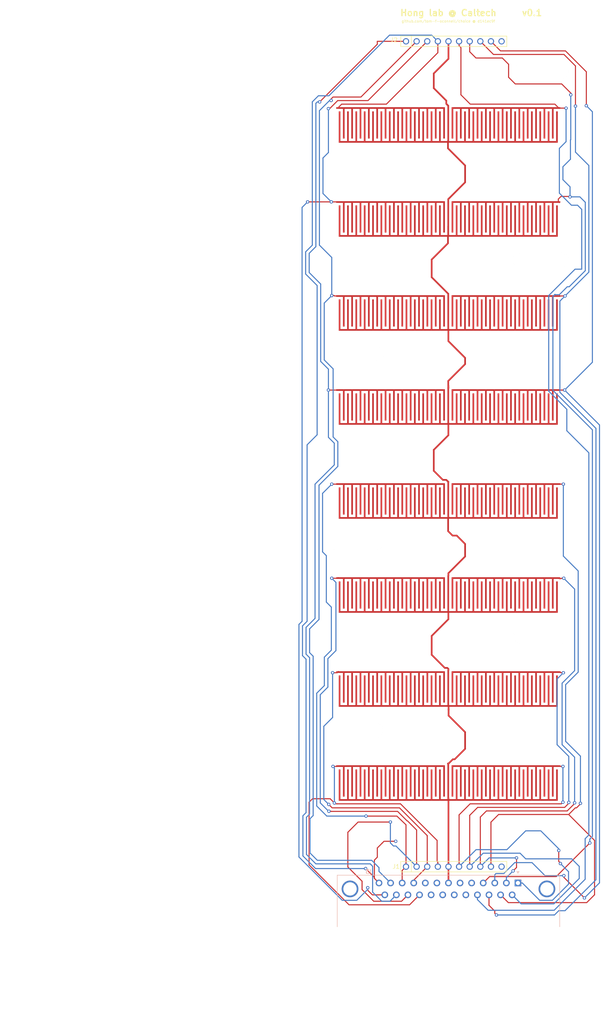
<source format=kicad_pcb>
(kicad_pcb (version 20171130) (host pcbnew "(2017-12-12 revision 8e764f8)-master")

  (general
    (thickness 1.6)
    (drawings 72)
    (tracks 591)
    (zones 0)
    (modules 11)
    (nets 28)
  )

  (page A4 portrait)
  (title_block
    (title "8 chamber shock conditioning floor grid")
    (date 11-12-2017)
    (company "Hong Lab @ Caltech")
  )

  (layers
    (0 F.Cu signal)
    (31 B.Cu signal)
    (32 B.Adhes user)
    (33 F.Adhes user)
    (34 B.Paste user)
    (35 F.Paste user)
    (36 B.SilkS user)
    (37 F.SilkS user)
    (38 B.Mask user)
    (39 F.Mask user)
    (40 Dwgs.User user)
    (41 Cmts.User user)
    (42 Eco1.User user)
    (43 Eco2.User user)
    (44 Edge.Cuts user)
    (45 Margin user)
    (46 B.CrtYd user)
    (47 F.CrtYd user)
    (48 B.Fab user)
    (49 F.Fab user)
  )

  (setup
    (last_trace_width 0.25)
    (user_trace_width 0.25)
    (user_trace_width 0.4)
    (trace_clearance 0.6)
    (zone_clearance 0.6)
    (zone_45_only no)
    (trace_min 0.2)
    (segment_width 0.2)
    (edge_width 0.15)
    (via_size 0.8)
    (via_drill 0.4)
    (via_min_size 0.4)
    (via_min_drill 0.3)
    (uvia_size 0.3)
    (uvia_drill 0.1)
    (uvias_allowed no)
    (uvia_min_size 0.2)
    (uvia_min_drill 0.1)
    (pcb_text_width 0.3)
    (pcb_text_size 1.5 1.5)
    (mod_edge_width 0.15)
    (mod_text_size 1 1)
    (mod_text_width 0.15)
    (pad_size 1.524 1.524)
    (pad_drill 0.762)
    (pad_to_mask_clearance 0.35)
    (aux_axis_origin 0 0)
    (grid_origin 160.03 66.08)
    (visible_elements FFFFFF7F)
    (pcbplotparams
      (layerselection 0x000c0_ffffffff)
      (usegerberextensions true)
      (usegerberattributes true)
      (usegerberadvancedattributes true)
      (creategerberjobfile true)
      (excludeedgelayer false)
      (linewidth 0.100000)
      (plotframeref false)
      (viasonmask false)
      (mode 1)
      (useauxorigin false)
      (hpglpennumber 1)
      (hpglpenspeed 20)
      (hpglpendiameter 15)
      (psnegative false)
      (psa4output false)
      (plotreference false)
      (plotvalue false)
      (plotinvisibletext false)
      (padsonsilk false)
      (subtractmaskfromsilk false)
      (outputformat 1)
      (mirror false)
      (drillshape 0)
      (scaleselection 1)
      (outputdirectory ../gerber/floor/))
  )

  (net 0 "")
  (net 1 "Net-(J3-Pad20)")
  (net 2 "Net-(J1-Pad10)")
  (net 3 "Net-(J2-Pad10)")
  (net 4 /F8)
  (net 5 /F6)
  (net 6 /F4)
  (net 7 /F2)
  (net 8 /HV)
  (net 9 /F7)
  (net 10 /F5)
  (net 11 /F3)
  (net 12 /F1)
  (net 13 /F9)
  (net 14 /F11)
  (net 15 /F13)
  (net 16 /F15)
  (net 17 /F10)
  (net 18 /F12)
  (net 19 /F14)
  (net 20 /F16)
  (net 21 "Net-(J3-Pad21)")
  (net 22 "Net-(J3-Pad19)")
  (net 23 "Net-(J3-Pad18)")
  (net 24 "Net-(J3-Pad9)")
  (net 25 "Net-(J3-Pad8)")
  (net 26 "Net-(J3-Pad6)")
  (net 27 "Net-(J3-Pad5)")

  (net_class Default "This is the default net class."
    (clearance 0.6)
    (trace_width 0.25)
    (via_dia 0.8)
    (via_drill 0.4)
    (uvia_dia 0.3)
    (uvia_drill 0.1)
    (add_net /F1)
    (add_net /F10)
    (add_net /F11)
    (add_net /F12)
    (add_net /F13)
    (add_net /F14)
    (add_net /F15)
    (add_net /F16)
    (add_net /F2)
    (add_net /F3)
    (add_net /F4)
    (add_net /F5)
    (add_net /F6)
    (add_net /F7)
    (add_net /F8)
    (add_net /F9)
    (add_net /HV)
    (add_net "Net-(J1-Pad10)")
    (add_net "Net-(J2-Pad10)")
    (add_net "Net-(J3-Pad18)")
    (add_net "Net-(J3-Pad19)")
    (add_net "Net-(J3-Pad20)")
    (add_net "Net-(J3-Pad21)")
    (add_net "Net-(J3-Pad5)")
    (add_net "Net-(J3-Pad6)")
    (add_net "Net-(J3-Pad8)")
    (add_net "Net-(J3-Pad9)")
  )

  (module Connectors_DSub:DSUB-25_Male_Horizontal_Pitch2.77x2.84mm_EdgePinOffset7.70mm_Housed_MountingHolesOffset9.12mm (layer B.Cu) (tedit 59F2C3AB) (tstamp 5A2F65A0)
    (at 141.67 217.652501 180)
    (descr "25-pin D-Sub connector, horizontal/angled (90 deg), THT-mount, male, pitch 2.77x2.84mm, pin-PCB-offset 7.699999999999999mm, distance of mounting holes 47.1mm, distance of mounting holes to PCB edge 9.12mm, see https://disti-assets.s3.amazonaws.com/tonar/files/datasheets/16730.pdf")
    (tags "25-pin D-Sub connector horizontal angled 90deg THT male pitch 2.77x2.84mm pin-PCB-offset 7.699999999999999mm mounting-holes-distance 47.1mm mounting-hole-offset 47.1mm")
    (path /5A2622A3)
    (solder_mask_margin 0.2)
    (fp_text reference J3 (at 35.6 2.7 180) (layer B.SilkS)
      (effects (font (size 1 1) (thickness 0.15)) (justify mirror))
    )
    (fp_text value DB25_Male (at 16.62 -18.44 180) (layer B.Fab)
      (effects (font (size 1 1) (thickness 0.15)) (justify mirror))
    )
    (fp_text user %R (at 16.62 -13.94 180) (layer B.Fab)
      (effects (font (size 1 1) (thickness 0.15)) (justify mirror))
    )
    (fp_line (start 43.7 2.35) (end -10.45 2.35) (layer B.CrtYd) (width 0.05))
    (fp_line (start 43.7 -17.45) (end 43.7 2.35) (layer B.CrtYd) (width 0.05))
    (fp_line (start -10.45 -17.45) (end 43.7 -17.45) (layer B.CrtYd) (width 0.05))
    (fp_line (start -10.45 2.35) (end -10.45 -17.45) (layer B.CrtYd) (width 0.05))
    (fp_line (start 0 2.321325) (end -0.25 2.754338) (layer B.SilkS) (width 0.12))
    (fp_line (start 0.25 2.754338) (end 0 2.321325) (layer B.SilkS) (width 0.12))
    (fp_line (start -0.25 2.754338) (end 0.25 2.754338) (layer B.SilkS) (width 0.12))
    (fp_line (start 43.23 1.86) (end 43.23 -10.48) (layer B.SilkS) (width 0.12))
    (fp_line (start -9.99 1.86) (end 43.23 1.86) (layer B.SilkS) (width 0.12))
    (fp_line (start -9.99 -10.48) (end -9.99 1.86) (layer B.SilkS) (width 0.12))
    (fp_line (start 41.77 -10.54) (end 41.77 -1.42) (layer B.Fab) (width 0.1))
    (fp_line (start 38.57 -10.54) (end 38.57 -1.42) (layer B.Fab) (width 0.1))
    (fp_line (start -5.33 -10.54) (end -5.33 -1.42) (layer B.Fab) (width 0.1))
    (fp_line (start -8.53 -10.54) (end -8.53 -1.42) (layer B.Fab) (width 0.1))
    (fp_line (start 42.67 -10.94) (end 37.67 -10.94) (layer B.Fab) (width 0.1))
    (fp_line (start 42.67 -15.94) (end 42.67 -10.94) (layer B.Fab) (width 0.1))
    (fp_line (start 37.67 -15.94) (end 42.67 -15.94) (layer B.Fab) (width 0.1))
    (fp_line (start 37.67 -10.94) (end 37.67 -15.94) (layer B.Fab) (width 0.1))
    (fp_line (start -4.43 -10.94) (end -9.43 -10.94) (layer B.Fab) (width 0.1))
    (fp_line (start -4.43 -15.94) (end -4.43 -10.94) (layer B.Fab) (width 0.1))
    (fp_line (start -9.43 -15.94) (end -4.43 -15.94) (layer B.Fab) (width 0.1))
    (fp_line (start -9.43 -10.94) (end -9.43 -15.94) (layer B.Fab) (width 0.1))
    (fp_line (start 35.77 -10.94) (end -2.53 -10.94) (layer B.Fab) (width 0.1))
    (fp_line (start 35.77 -16.94) (end 35.77 -10.94) (layer B.Fab) (width 0.1))
    (fp_line (start -2.53 -16.94) (end 35.77 -16.94) (layer B.Fab) (width 0.1))
    (fp_line (start -2.53 -10.94) (end -2.53 -16.94) (layer B.Fab) (width 0.1))
    (fp_line (start 43.17 -10.54) (end -9.93 -10.54) (layer B.Fab) (width 0.1))
    (fp_line (start 43.17 -10.94) (end 43.17 -10.54) (layer B.Fab) (width 0.1))
    (fp_line (start -9.93 -10.94) (end 43.17 -10.94) (layer B.Fab) (width 0.1))
    (fp_line (start -9.93 -10.54) (end -9.93 -10.94) (layer B.Fab) (width 0.1))
    (fp_line (start 43.17 1.8) (end -9.93 1.8) (layer B.Fab) (width 0.1))
    (fp_line (start 43.17 -10.54) (end 43.17 1.8) (layer B.Fab) (width 0.1))
    (fp_line (start -9.93 -10.54) (end 43.17 -10.54) (layer B.Fab) (width 0.1))
    (fp_line (start -9.93 1.8) (end -9.93 -10.54) (layer B.Fab) (width 0.1))
    (fp_arc (start 40.17 -1.42) (end 38.57 -1.42) (angle -180) (layer B.Fab) (width 0.1))
    (fp_arc (start -6.93 -1.42) (end -8.53 -1.42) (angle -180) (layer B.Fab) (width 0.1))
    (pad 0 thru_hole circle (at 40.17 -1.42 180) (size 4 4) (drill 3.2) (layers *.Cu *.Mask))
    (pad 0 thru_hole circle (at -6.93 -1.42 180) (size 4 4) (drill 3.2) (layers *.Cu *.Mask))
    (pad 25 thru_hole circle (at 31.855 -2.84 180) (size 1.6 1.6) (drill 1) (layers *.Cu *.Mask)
      (net 11 /F3))
    (pad 24 thru_hole circle (at 29.085 -2.84 180) (size 1.6 1.6) (drill 1) (layers *.Cu *.Mask)
      (net 9 /F7))
    (pad 23 thru_hole circle (at 26.315 -2.84 180) (size 1.6 1.6) (drill 1) (layers *.Cu *.Mask)
      (net 14 /F11))
    (pad 22 thru_hole circle (at 23.545 -2.84 180) (size 1.6 1.6) (drill 1) (layers *.Cu *.Mask)
      (net 16 /F15))
    (pad 21 thru_hole circle (at 20.775 -2.84 180) (size 1.6 1.6) (drill 1) (layers *.Cu *.Mask)
      (net 21 "Net-(J3-Pad21)"))
    (pad 20 thru_hole circle (at 18.005 -2.84 180) (size 1.6 1.6) (drill 1) (layers *.Cu *.Mask)
      (net 1 "Net-(J3-Pad20)"))
    (pad 19 thru_hole circle (at 15.235 -2.84 180) (size 1.6 1.6) (drill 1) (layers *.Cu *.Mask)
      (net 22 "Net-(J3-Pad19)"))
    (pad 18 thru_hole circle (at 12.465 -2.84 180) (size 1.6 1.6) (drill 1) (layers *.Cu *.Mask)
      (net 23 "Net-(J3-Pad18)"))
    (pad 17 thru_hole circle (at 9.695 -2.84 180) (size 1.6 1.6) (drill 1) (layers *.Cu *.Mask)
      (net 7 /F2))
    (pad 16 thru_hole circle (at 6.925 -2.84 180) (size 1.6 1.6) (drill 1) (layers *.Cu *.Mask)
      (net 5 /F6))
    (pad 15 thru_hole circle (at 4.155 -2.84 180) (size 1.6 1.6) (drill 1) (layers *.Cu *.Mask)
      (net 17 /F10))
    (pad 14 thru_hole circle (at 1.385 -2.84 180) (size 1.6 1.6) (drill 1) (layers *.Cu *.Mask)
      (net 19 /F14))
    (pad 13 thru_hole circle (at 33.24 0 180) (size 1.6 1.6) (drill 1) (layers *.Cu *.Mask)
      (net 12 /F1))
    (pad 12 thru_hole circle (at 30.47 0 180) (size 1.6 1.6) (drill 1) (layers *.Cu *.Mask)
      (net 10 /F5))
    (pad 11 thru_hole circle (at 27.7 0 180) (size 1.6 1.6) (drill 1) (layers *.Cu *.Mask)
      (net 13 /F9))
    (pad 10 thru_hole circle (at 24.93 0 180) (size 1.6 1.6) (drill 1) (layers *.Cu *.Mask)
      (net 15 /F13))
    (pad 9 thru_hole circle (at 22.16 0 180) (size 1.6 1.6) (drill 1) (layers *.Cu *.Mask)
      (net 24 "Net-(J3-Pad9)"))
    (pad 8 thru_hole circle (at 19.39 0 180) (size 1.6 1.6) (drill 1) (layers *.Cu *.Mask)
      (net 25 "Net-(J3-Pad8)"))
    (pad 7 thru_hole circle (at 16.62 0 180) (size 1.6 1.6) (drill 1) (layers *.Cu *.Mask)
      (net 8 /HV))
    (pad 6 thru_hole circle (at 13.85 0 180) (size 1.6 1.6) (drill 1) (layers *.Cu *.Mask)
      (net 26 "Net-(J3-Pad6)"))
    (pad 5 thru_hole circle (at 11.08 0 180) (size 1.6 1.6) (drill 1) (layers *.Cu *.Mask)
      (net 27 "Net-(J3-Pad5)"))
    (pad 4 thru_hole circle (at 8.31 0 180) (size 1.6 1.6) (drill 1) (layers *.Cu *.Mask)
      (net 6 /F4))
    (pad 3 thru_hole circle (at 5.54 0 180) (size 1.6 1.6) (drill 1) (layers *.Cu *.Mask)
      (net 4 /F8))
    (pad 2 thru_hole circle (at 2.77 0 180) (size 1.6 1.6) (drill 1) (layers *.Cu *.Mask)
      (net 18 /F12))
    (pad 1 thru_hole rect (at 0 0 180) (size 1.6 1.6) (drill 1) (layers *.Cu *.Mask)
      (net 20 /F16))
    (model ${KISYS3DMOD}/Connectors_DSub.3dshapes/DSUB-25_Male_Horizontal_Pitch2.77x2.84mm_EdgePinOffset7.70mm_Housed_MountingHolesOffset9.12mm.wrl
      (at (xyz 0 0 0))
      (scale (xyz 1 1 1))
      (rotate (xyz 0 0 0))
    )
  )

  (module footprints:SIP-10_2.54mm_1mm_clearance (layer F.Cu) (tedit 0) (tstamp 5A00B508)
    (at 126.32 16.3858)
    (path /59F76DF3)
    (solder_mask_margin 0.2)
    (fp_text reference J2 (at -14.29 -0.3058) (layer F.SilkS)
      (effects (font (size 1 1) (thickness 0.15)))
    )
    (fp_text value Conn_01x10_Male (at 0 -2.25) (layer F.Fab)
      (effects (font (size 1 1) (thickness 0.15)))
    )
    (fp_line (start -12.68 -1.25) (end 12.68 -1.25) (layer F.SilkS) (width 0.15))
    (fp_line (start 12.68 -1.25) (end 12.68 1.25) (layer F.SilkS) (width 0.15))
    (fp_line (start 12.68 1.25) (end -12.68 1.25) (layer F.SilkS) (width 0.15))
    (fp_line (start -12.68 1.25) (end -12.68 -1.25) (layer F.SilkS) (width 0.15))
    (fp_line (start -10.16 -1.25) (end -10.16 1.25) (layer F.SilkS) (width 0.15))
    (fp_line (start -12.85 -1.4) (end 12.85 -1.4) (layer F.CrtYd) (width 0.05))
    (fp_line (start 12.85 -1.4) (end 12.85 1.4) (layer F.CrtYd) (width 0.05))
    (fp_line (start 12.85 1.4) (end -12.85 1.4) (layer F.CrtYd) (width 0.05))
    (fp_line (start -12.85 1.4) (end -12.85 -1.4) (layer F.CrtYd) (width 0.05))
    (pad 1 thru_hole circle (at -11.43 0) (size 1.5 1.5) (drill 1) (layers *.Cu *.Mask)
      (net 9 /F7))
    (pad 2 thru_hole circle (at -8.89 0) (size 1.5 1.5) (drill 1) (layers *.Cu *.Mask)
      (net 10 /F5))
    (pad 3 thru_hole circle (at -6.35 0) (size 1.5 1.5) (drill 1) (layers *.Cu *.Mask)
      (net 11 /F3))
    (pad 4 thru_hole circle (at -3.81 0) (size 1.5 1.5) (drill 1) (layers *.Cu *.Mask)
      (net 12 /F1))
    (pad 5 thru_hole circle (at -1.27 0) (size 1.5 1.5) (drill 1) (layers *.Cu *.Mask)
      (net 8 /HV))
    (pad 6 thru_hole circle (at 1.27 0) (size 1.5 1.5) (drill 1) (layers *.Cu *.Mask)
      (net 7 /F2))
    (pad 7 thru_hole circle (at 3.81 0) (size 1.5 1.5) (drill 1) (layers *.Cu *.Mask)
      (net 6 /F4))
    (pad 8 thru_hole circle (at 6.35 0) (size 1.5 1.5) (drill 1) (layers *.Cu *.Mask)
      (net 5 /F6))
    (pad 9 thru_hole circle (at 8.89 0) (size 1.5 1.5) (drill 1) (layers *.Cu *.Mask)
      (net 4 /F8))
    (pad 10 thru_hole circle (at 11.43 0) (size 1.5 1.5) (drill 1) (layers *.Cu *.Mask)
      (net 3 "Net-(J2-Pad10)"))
  )

  (module footprints:SIP-10_2.54mm_1mm_clearance (layer F.Cu) (tedit 0) (tstamp 5A26B194)
    (at 126.32 213.75)
    (path /59F76D5B)
    (solder_mask_margin 0.2)
    (fp_text reference J1 (at -13.8 -0.025) (layer F.SilkS)
      (effects (font (size 1 1) (thickness 0.15)))
    )
    (fp_text value Conn_01x10_Male (at -0.05 -2.25) (layer F.Fab)
      (effects (font (size 1 1) (thickness 0.15)))
    )
    (fp_line (start -12.85 1.4) (end -12.85 -1.4) (layer F.CrtYd) (width 0.05))
    (fp_line (start 12.85 1.4) (end -12.85 1.4) (layer F.CrtYd) (width 0.05))
    (fp_line (start 12.85 -1.4) (end 12.85 1.4) (layer F.CrtYd) (width 0.05))
    (fp_line (start -12.85 -1.4) (end 12.85 -1.4) (layer F.CrtYd) (width 0.05))
    (fp_line (start -10.16 -1.25) (end -10.16 1.25) (layer F.SilkS) (width 0.15))
    (fp_line (start -12.68 1.25) (end -12.68 -1.25) (layer F.SilkS) (width 0.15))
    (fp_line (start 12.68 1.25) (end -12.68 1.25) (layer F.SilkS) (width 0.15))
    (fp_line (start 12.68 -1.25) (end 12.68 1.25) (layer F.SilkS) (width 0.15))
    (fp_line (start -12.68 -1.25) (end 12.68 -1.25) (layer F.SilkS) (width 0.15))
    (pad 10 thru_hole circle (at 11.43 0) (size 1.5 1.5) (drill 1) (layers *.Cu *.Mask)
      (net 2 "Net-(J1-Pad10)"))
    (pad 9 thru_hole circle (at 8.89 0) (size 1.5 1.5) (drill 1) (layers *.Cu *.Mask)
      (net 17 /F10))
    (pad 8 thru_hole circle (at 6.35 0) (size 1.5 1.5) (drill 1) (layers *.Cu *.Mask)
      (net 18 /F12))
    (pad 7 thru_hole circle (at 3.81 0) (size 1.5 1.5) (drill 1) (layers *.Cu *.Mask)
      (net 19 /F14))
    (pad 6 thru_hole circle (at 1.27 0) (size 1.5 1.5) (drill 1) (layers *.Cu *.Mask)
      (net 20 /F16))
    (pad 5 thru_hole circle (at -1.27 0) (size 1.5 1.5) (drill 1) (layers *.Cu *.Mask)
      (net 8 /HV))
    (pad 4 thru_hole circle (at -3.81 0) (size 1.5 1.5) (drill 1) (layers *.Cu *.Mask)
      (net 16 /F15))
    (pad 3 thru_hole circle (at -6.35 0) (size 1.5 1.5) (drill 1) (layers *.Cu *.Mask)
      (net 15 /F13))
    (pad 2 thru_hole circle (at -8.89 0) (size 1.5 1.5) (drill 1) (layers *.Cu *.Mask)
      (net 14 /F11))
    (pad 1 thru_hole circle (at -11.43 0) (size 1.5 1.5) (drill 1) (layers *.Cu *.Mask)
      (net 13 /F9))
  )

  (module footprints:electrodes_clearance0.6mm_W0.4mm_centerflush (layer F.Cu) (tedit 0) (tstamp 5A2F6FAC)
    (at 125 193.75)
    (descr "Electrodes for shocking either side of one behavior chamber, for conditioning Drosophila to avoid odors paired with the shock.")
    (path /59F7866D)
    (solder_mask_margin 0.5)
    (fp_text reference J4 (at -16.08 -4.675) (layer Cmts.User)
      (effects (font (thickness 0.15)))
    )
    (fp_text value shock_grid (at 16.08 -4.675) (layer Cmts.User)
      (effects (font (thickness 0.15)))
    )
    (pad 2 smd custom (at -26.3 -4.05) (size 0.000001 0.000001) (layers F.Cu F.Mask)
      (net 16 /F15)
      (options (clearance outline) (anchor circle))
      (primitives
        (gr_poly (pts
           (xy 25.5 -0.2) (xy 25.5 7.3) (xy 25.1 7.3) (xy 25.1 0.2) (xy 23.5 0.2)
           (xy 23.5 7.3) (xy 23.1 7.3) (xy 23.1 0.2) (xy 21.5 0.2) (xy 21.5 7.3)
           (xy 21.1 7.3) (xy 21.1 0.2) (xy 19.5 0.2) (xy 19.5 7.3) (xy 19.1 7.3)
           (xy 19.1 0.2) (xy 17.5 0.2) (xy 17.5 7.3) (xy 17.1 7.3) (xy 17.1 0.2)
           (xy 15.5 0.2) (xy 15.5 7.3) (xy 15.1 7.3) (xy 15.1 0.2) (xy 13.5 0.2)
           (xy 13.5 7.3) (xy 13.1 7.3) (xy 13.1 0.2) (xy 11.5 0.2) (xy 11.5 7.3)
           (xy 11.1 7.3) (xy 11.1 0.2) (xy 9.5 0.2) (xy 9.5 7.3) (xy 9.1 7.3)
           (xy 9.1 0.2) (xy 7.5 0.2) (xy 7.5 7.3) (xy 7.1 7.3) (xy 7.1 0.2)
           (xy 5.5 0.2) (xy 5.5 7.3) (xy 5.1 7.3) (xy 5.1 0.2) (xy 3.5 0.2)
           (xy 3.5 7.3) (xy 3.1 7.3) (xy 3.1 0.2) (xy 1.5 0.2) (xy 1.5 7.3)
           (xy 1.1 7.3) (xy 1.1 0.2) (xy -0.5 0.2) (xy -0.5 -0.2)) (width 0.000001))
      ))
    (pad 1 smd custom (at 26.3 -4.05) (size 0.000001 0.000001) (layers F.Cu F.Mask)
      (net 20 /F16)
      (options (clearance outline) (anchor circle))
      (primitives
        (gr_poly (pts
           (xy -25.5 -0.2) (xy -25.5 7.3) (xy -25.1 7.3) (xy -25.1 0.2) (xy -23.5 0.2)
           (xy -23.5 7.3) (xy -23.1 7.3) (xy -23.1 0.2) (xy -21.5 0.2) (xy -21.5 7.3)
           (xy -21.1 7.3) (xy -21.1 0.2) (xy -19.5 0.2) (xy -19.5 7.3) (xy -19.1 7.3)
           (xy -19.1 0.2) (xy -17.5 0.2) (xy -17.5 7.3) (xy -17.1 7.3) (xy -17.1 0.2)
           (xy -15.5 0.2) (xy -15.5 7.3) (xy -15.1 7.3) (xy -15.1 0.2) (xy -13.5 0.2)
           (xy -13.5 7.3) (xy -13.1 7.3) (xy -13.1 0.2) (xy -11.5 0.2) (xy -11.5 7.3)
           (xy -11.1 7.3) (xy -11.1 0.2) (xy -9.5 0.2) (xy -9.5 7.3) (xy -9.1 7.3)
           (xy -9.1 0.2) (xy -7.5 0.2) (xy -7.5 7.3) (xy -7.1 7.3) (xy -7.1 0.2)
           (xy -5.5 0.2) (xy -5.5 7.3) (xy -5.1 7.3) (xy -5.1 0.2) (xy -3.5 0.2)
           (xy -3.5 7.3) (xy -3.1 7.3) (xy -3.1 0.2) (xy -1.5 0.2) (xy -1.5 7.3)
           (xy -1.1 7.3) (xy -1.1 0.2) (xy 0.5 0.2) (xy 0.5 -0.2)) (width 0.000001))
      ))
    (pad 0 smd custom (at 0 3.75) (size 0.000001 0.000001) (layers F.Cu F.Mask)
      (net 8 /HV)
      (options (clearance outline) (anchor circle))
      (primitives
        (gr_poly (pts
           (xy -0.2 -8) (xy 0.2 -8) (xy 0.2 0.1) (xy 1.8 0.1) (xy 1.8 -7)
           (xy 2.2 -7) (xy 2.2 0.1) (xy 3.8 0.1) (xy 3.8 -7) (xy 4.2 -7)
           (xy 4.2 0.1) (xy 5.8 0.1) (xy 5.8 -7) (xy 6.2 -7) (xy 6.2 0.1)
           (xy 7.8 0.1) (xy 7.8 -7) (xy 8.2 -7) (xy 8.2 0.1) (xy 9.8 0.1)
           (xy 9.8 -7) (xy 10.2 -7) (xy 10.2 0.1) (xy 11.8 0.1) (xy 11.8 -7)
           (xy 12.2 -7) (xy 12.2 0.1) (xy 13.8 0.1) (xy 13.8 -7) (xy 14.2 -7)
           (xy 14.2 0.1) (xy 15.8 0.1) (xy 15.8 -7) (xy 16.2 -7) (xy 16.2 0.1)
           (xy 17.8 0.1) (xy 17.8 -7) (xy 18.2 -7) (xy 18.2 0.1) (xy 19.8 0.1)
           (xy 19.8 -7) (xy 20.2 -7) (xy 20.2 0.1) (xy 21.8 0.1) (xy 21.8 -7)
           (xy 22.2 -7) (xy 22.2 0.1) (xy 23.8 0.1) (xy 23.8 -7) (xy 24.2 -7)
           (xy 24.2 0.1) (xy 25.8 0.1) (xy 25.8 -7) (xy 26.2 -7) (xy 26.2 0.5)
           (xy 0.2 0.5) (xy -0.2 0.5) (xy -26.2 0.5) (xy -26.2 -7) (xy -25.8 -7)
           (xy -25.8 0.1) (xy -24.2 0.1) (xy -24.2 -7) (xy -23.8 -7) (xy -23.8 0.1)
           (xy -22.2 0.1) (xy -22.2 -7) (xy -21.8 -7) (xy -21.8 0.1) (xy -20.2 0.1)
           (xy -20.2 -7) (xy -19.8 -7) (xy -19.8 0.1) (xy -18.2 0.1) (xy -18.2 -7)
           (xy -17.8 -7) (xy -17.8 0.1) (xy -16.2 0.1) (xy -16.2 -7) (xy -15.8 -7)
           (xy -15.8 0.1) (xy -14.2 0.1) (xy -14.2 -7) (xy -13.8 -7) (xy -13.8 0.1)
           (xy -12.2 0.1) (xy -12.2 -7) (xy -11.8 -7) (xy -11.8 0.1) (xy -10.2 0.1)
           (xy -10.2 -7) (xy -9.8 -7) (xy -9.8 0.1) (xy -8.2 0.1) (xy -8.2 -7)
           (xy -7.8 -7) (xy -7.8 0.1) (xy -6.2 0.1) (xy -6.2 -7) (xy -5.8 -7)
           (xy -5.8 0.1) (xy -4.2 0.1) (xy -4.2 -7) (xy -3.8 -7) (xy -3.8 0.1)
           (xy -2.2 0.1) (xy -2.2 -7) (xy -1.8 -7) (xy -1.8 0.1) (xy -0.2 0.1)
) (width 0.000001))
      ))
  )

  (module footprints:electrodes_clearance0.6mm_W0.4mm_centerflush (layer F.Cu) (tedit 0) (tstamp 5A2F6FB3)
    (at 125 171.2694)
    (descr "Electrodes for shocking either side of one behavior chamber, for conditioning Drosophila to avoid odors paired with the shock.")
    (path /59F78242)
    (solder_mask_margin 0.5)
    (fp_text reference J5 (at -16.08 -4.675) (layer Cmts.User)
      (effects (font (thickness 0.15)))
    )
    (fp_text value shock_grid (at 16.08 -4.675) (layer Cmts.User)
      (effects (font (thickness 0.15)))
    )
    (pad 0 smd custom (at 0 3.75) (size 0.000001 0.000001) (layers F.Cu F.Mask)
      (net 8 /HV)
      (options (clearance outline) (anchor circle))
      (primitives
        (gr_poly (pts
           (xy -0.2 -8) (xy 0.2 -8) (xy 0.2 0.1) (xy 1.8 0.1) (xy 1.8 -7)
           (xy 2.2 -7) (xy 2.2 0.1) (xy 3.8 0.1) (xy 3.8 -7) (xy 4.2 -7)
           (xy 4.2 0.1) (xy 5.8 0.1) (xy 5.8 -7) (xy 6.2 -7) (xy 6.2 0.1)
           (xy 7.8 0.1) (xy 7.8 -7) (xy 8.2 -7) (xy 8.2 0.1) (xy 9.8 0.1)
           (xy 9.8 -7) (xy 10.2 -7) (xy 10.2 0.1) (xy 11.8 0.1) (xy 11.8 -7)
           (xy 12.2 -7) (xy 12.2 0.1) (xy 13.8 0.1) (xy 13.8 -7) (xy 14.2 -7)
           (xy 14.2 0.1) (xy 15.8 0.1) (xy 15.8 -7) (xy 16.2 -7) (xy 16.2 0.1)
           (xy 17.8 0.1) (xy 17.8 -7) (xy 18.2 -7) (xy 18.2 0.1) (xy 19.8 0.1)
           (xy 19.8 -7) (xy 20.2 -7) (xy 20.2 0.1) (xy 21.8 0.1) (xy 21.8 -7)
           (xy 22.2 -7) (xy 22.2 0.1) (xy 23.8 0.1) (xy 23.8 -7) (xy 24.2 -7)
           (xy 24.2 0.1) (xy 25.8 0.1) (xy 25.8 -7) (xy 26.2 -7) (xy 26.2 0.5)
           (xy 0.2 0.5) (xy -0.2 0.5) (xy -26.2 0.5) (xy -26.2 -7) (xy -25.8 -7)
           (xy -25.8 0.1) (xy -24.2 0.1) (xy -24.2 -7) (xy -23.8 -7) (xy -23.8 0.1)
           (xy -22.2 0.1) (xy -22.2 -7) (xy -21.8 -7) (xy -21.8 0.1) (xy -20.2 0.1)
           (xy -20.2 -7) (xy -19.8 -7) (xy -19.8 0.1) (xy -18.2 0.1) (xy -18.2 -7)
           (xy -17.8 -7) (xy -17.8 0.1) (xy -16.2 0.1) (xy -16.2 -7) (xy -15.8 -7)
           (xy -15.8 0.1) (xy -14.2 0.1) (xy -14.2 -7) (xy -13.8 -7) (xy -13.8 0.1)
           (xy -12.2 0.1) (xy -12.2 -7) (xy -11.8 -7) (xy -11.8 0.1) (xy -10.2 0.1)
           (xy -10.2 -7) (xy -9.8 -7) (xy -9.8 0.1) (xy -8.2 0.1) (xy -8.2 -7)
           (xy -7.8 -7) (xy -7.8 0.1) (xy -6.2 0.1) (xy -6.2 -7) (xy -5.8 -7)
           (xy -5.8 0.1) (xy -4.2 0.1) (xy -4.2 -7) (xy -3.8 -7) (xy -3.8 0.1)
           (xy -2.2 0.1) (xy -2.2 -7) (xy -1.8 -7) (xy -1.8 0.1) (xy -0.2 0.1)
) (width 0.000001))
      ))
    (pad 1 smd custom (at 26.3 -4.05) (size 0.000001 0.000001) (layers F.Cu F.Mask)
      (net 19 /F14)
      (options (clearance outline) (anchor circle))
      (primitives
        (gr_poly (pts
           (xy -25.5 -0.2) (xy -25.5 7.3) (xy -25.1 7.3) (xy -25.1 0.2) (xy -23.5 0.2)
           (xy -23.5 7.3) (xy -23.1 7.3) (xy -23.1 0.2) (xy -21.5 0.2) (xy -21.5 7.3)
           (xy -21.1 7.3) (xy -21.1 0.2) (xy -19.5 0.2) (xy -19.5 7.3) (xy -19.1 7.3)
           (xy -19.1 0.2) (xy -17.5 0.2) (xy -17.5 7.3) (xy -17.1 7.3) (xy -17.1 0.2)
           (xy -15.5 0.2) (xy -15.5 7.3) (xy -15.1 7.3) (xy -15.1 0.2) (xy -13.5 0.2)
           (xy -13.5 7.3) (xy -13.1 7.3) (xy -13.1 0.2) (xy -11.5 0.2) (xy -11.5 7.3)
           (xy -11.1 7.3) (xy -11.1 0.2) (xy -9.5 0.2) (xy -9.5 7.3) (xy -9.1 7.3)
           (xy -9.1 0.2) (xy -7.5 0.2) (xy -7.5 7.3) (xy -7.1 7.3) (xy -7.1 0.2)
           (xy -5.5 0.2) (xy -5.5 7.3) (xy -5.1 7.3) (xy -5.1 0.2) (xy -3.5 0.2)
           (xy -3.5 7.3) (xy -3.1 7.3) (xy -3.1 0.2) (xy -1.5 0.2) (xy -1.5 7.3)
           (xy -1.1 7.3) (xy -1.1 0.2) (xy 0.5 0.2) (xy 0.5 -0.2)) (width 0.000001))
      ))
    (pad 2 smd custom (at -26.3 -4.05) (size 0.000001 0.000001) (layers F.Cu F.Mask)
      (net 15 /F13)
      (options (clearance outline) (anchor circle))
      (primitives
        (gr_poly (pts
           (xy 25.5 -0.2) (xy 25.5 7.3) (xy 25.1 7.3) (xy 25.1 0.2) (xy 23.5 0.2)
           (xy 23.5 7.3) (xy 23.1 7.3) (xy 23.1 0.2) (xy 21.5 0.2) (xy 21.5 7.3)
           (xy 21.1 7.3) (xy 21.1 0.2) (xy 19.5 0.2) (xy 19.5 7.3) (xy 19.1 7.3)
           (xy 19.1 0.2) (xy 17.5 0.2) (xy 17.5 7.3) (xy 17.1 7.3) (xy 17.1 0.2)
           (xy 15.5 0.2) (xy 15.5 7.3) (xy 15.1 7.3) (xy 15.1 0.2) (xy 13.5 0.2)
           (xy 13.5 7.3) (xy 13.1 7.3) (xy 13.1 0.2) (xy 11.5 0.2) (xy 11.5 7.3)
           (xy 11.1 7.3) (xy 11.1 0.2) (xy 9.5 0.2) (xy 9.5 7.3) (xy 9.1 7.3)
           (xy 9.1 0.2) (xy 7.5 0.2) (xy 7.5 7.3) (xy 7.1 7.3) (xy 7.1 0.2)
           (xy 5.5 0.2) (xy 5.5 7.3) (xy 5.1 7.3) (xy 5.1 0.2) (xy 3.5 0.2)
           (xy 3.5 7.3) (xy 3.1 7.3) (xy 3.1 0.2) (xy 1.5 0.2) (xy 1.5 7.3)
           (xy 1.1 7.3) (xy 1.1 0.2) (xy -0.5 0.2) (xy -0.5 -0.2)) (width 0.000001))
      ))
  )

  (module footprints:electrodes_clearance0.6mm_W0.4mm_centerflush (layer F.Cu) (tedit 0) (tstamp 5A2F6FBA)
    (at 125 148.7888)
    (descr "Electrodes for shocking either side of one behavior chamber, for conditioning Drosophila to avoid odors paired with the shock.")
    (path /59F780F5)
    (solder_mask_margin 0.5)
    (fp_text reference J6 (at -16.08 -4.675) (layer Cmts.User)
      (effects (font (thickness 0.15)))
    )
    (fp_text value shock_grid (at 16.08 -4.675) (layer Cmts.User)
      (effects (font (thickness 0.15)))
    )
    (pad 2 smd custom (at -26.3 -4.05) (size 0.000001 0.000001) (layers F.Cu F.Mask)
      (net 14 /F11)
      (options (clearance outline) (anchor circle))
      (primitives
        (gr_poly (pts
           (xy 25.5 -0.2) (xy 25.5 7.3) (xy 25.1 7.3) (xy 25.1 0.2) (xy 23.5 0.2)
           (xy 23.5 7.3) (xy 23.1 7.3) (xy 23.1 0.2) (xy 21.5 0.2) (xy 21.5 7.3)
           (xy 21.1 7.3) (xy 21.1 0.2) (xy 19.5 0.2) (xy 19.5 7.3) (xy 19.1 7.3)
           (xy 19.1 0.2) (xy 17.5 0.2) (xy 17.5 7.3) (xy 17.1 7.3) (xy 17.1 0.2)
           (xy 15.5 0.2) (xy 15.5 7.3) (xy 15.1 7.3) (xy 15.1 0.2) (xy 13.5 0.2)
           (xy 13.5 7.3) (xy 13.1 7.3) (xy 13.1 0.2) (xy 11.5 0.2) (xy 11.5 7.3)
           (xy 11.1 7.3) (xy 11.1 0.2) (xy 9.5 0.2) (xy 9.5 7.3) (xy 9.1 7.3)
           (xy 9.1 0.2) (xy 7.5 0.2) (xy 7.5 7.3) (xy 7.1 7.3) (xy 7.1 0.2)
           (xy 5.5 0.2) (xy 5.5 7.3) (xy 5.1 7.3) (xy 5.1 0.2) (xy 3.5 0.2)
           (xy 3.5 7.3) (xy 3.1 7.3) (xy 3.1 0.2) (xy 1.5 0.2) (xy 1.5 7.3)
           (xy 1.1 7.3) (xy 1.1 0.2) (xy -0.5 0.2) (xy -0.5 -0.2)) (width 0.000001))
      ))
    (pad 1 smd custom (at 26.3 -4.05) (size 0.000001 0.000001) (layers F.Cu F.Mask)
      (net 18 /F12)
      (options (clearance outline) (anchor circle))
      (primitives
        (gr_poly (pts
           (xy -25.5 -0.2) (xy -25.5 7.3) (xy -25.1 7.3) (xy -25.1 0.2) (xy -23.5 0.2)
           (xy -23.5 7.3) (xy -23.1 7.3) (xy -23.1 0.2) (xy -21.5 0.2) (xy -21.5 7.3)
           (xy -21.1 7.3) (xy -21.1 0.2) (xy -19.5 0.2) (xy -19.5 7.3) (xy -19.1 7.3)
           (xy -19.1 0.2) (xy -17.5 0.2) (xy -17.5 7.3) (xy -17.1 7.3) (xy -17.1 0.2)
           (xy -15.5 0.2) (xy -15.5 7.3) (xy -15.1 7.3) (xy -15.1 0.2) (xy -13.5 0.2)
           (xy -13.5 7.3) (xy -13.1 7.3) (xy -13.1 0.2) (xy -11.5 0.2) (xy -11.5 7.3)
           (xy -11.1 7.3) (xy -11.1 0.2) (xy -9.5 0.2) (xy -9.5 7.3) (xy -9.1 7.3)
           (xy -9.1 0.2) (xy -7.5 0.2) (xy -7.5 7.3) (xy -7.1 7.3) (xy -7.1 0.2)
           (xy -5.5 0.2) (xy -5.5 7.3) (xy -5.1 7.3) (xy -5.1 0.2) (xy -3.5 0.2)
           (xy -3.5 7.3) (xy -3.1 7.3) (xy -3.1 0.2) (xy -1.5 0.2) (xy -1.5 7.3)
           (xy -1.1 7.3) (xy -1.1 0.2) (xy 0.5 0.2) (xy 0.5 -0.2)) (width 0.000001))
      ))
    (pad 0 smd custom (at 0 3.75) (size 0.000001 0.000001) (layers F.Cu F.Mask)
      (net 8 /HV)
      (options (clearance outline) (anchor circle))
      (primitives
        (gr_poly (pts
           (xy -0.2 -8) (xy 0.2 -8) (xy 0.2 0.1) (xy 1.8 0.1) (xy 1.8 -7)
           (xy 2.2 -7) (xy 2.2 0.1) (xy 3.8 0.1) (xy 3.8 -7) (xy 4.2 -7)
           (xy 4.2 0.1) (xy 5.8 0.1) (xy 5.8 -7) (xy 6.2 -7) (xy 6.2 0.1)
           (xy 7.8 0.1) (xy 7.8 -7) (xy 8.2 -7) (xy 8.2 0.1) (xy 9.8 0.1)
           (xy 9.8 -7) (xy 10.2 -7) (xy 10.2 0.1) (xy 11.8 0.1) (xy 11.8 -7)
           (xy 12.2 -7) (xy 12.2 0.1) (xy 13.8 0.1) (xy 13.8 -7) (xy 14.2 -7)
           (xy 14.2 0.1) (xy 15.8 0.1) (xy 15.8 -7) (xy 16.2 -7) (xy 16.2 0.1)
           (xy 17.8 0.1) (xy 17.8 -7) (xy 18.2 -7) (xy 18.2 0.1) (xy 19.8 0.1)
           (xy 19.8 -7) (xy 20.2 -7) (xy 20.2 0.1) (xy 21.8 0.1) (xy 21.8 -7)
           (xy 22.2 -7) (xy 22.2 0.1) (xy 23.8 0.1) (xy 23.8 -7) (xy 24.2 -7)
           (xy 24.2 0.1) (xy 25.8 0.1) (xy 25.8 -7) (xy 26.2 -7) (xy 26.2 0.5)
           (xy 0.2 0.5) (xy -0.2 0.5) (xy -26.2 0.5) (xy -26.2 -7) (xy -25.8 -7)
           (xy -25.8 0.1) (xy -24.2 0.1) (xy -24.2 -7) (xy -23.8 -7) (xy -23.8 0.1)
           (xy -22.2 0.1) (xy -22.2 -7) (xy -21.8 -7) (xy -21.8 0.1) (xy -20.2 0.1)
           (xy -20.2 -7) (xy -19.8 -7) (xy -19.8 0.1) (xy -18.2 0.1) (xy -18.2 -7)
           (xy -17.8 -7) (xy -17.8 0.1) (xy -16.2 0.1) (xy -16.2 -7) (xy -15.8 -7)
           (xy -15.8 0.1) (xy -14.2 0.1) (xy -14.2 -7) (xy -13.8 -7) (xy -13.8 0.1)
           (xy -12.2 0.1) (xy -12.2 -7) (xy -11.8 -7) (xy -11.8 0.1) (xy -10.2 0.1)
           (xy -10.2 -7) (xy -9.8 -7) (xy -9.8 0.1) (xy -8.2 0.1) (xy -8.2 -7)
           (xy -7.8 -7) (xy -7.8 0.1) (xy -6.2 0.1) (xy -6.2 -7) (xy -5.8 -7)
           (xy -5.8 0.1) (xy -4.2 0.1) (xy -4.2 -7) (xy -3.8 -7) (xy -3.8 0.1)
           (xy -2.2 0.1) (xy -2.2 -7) (xy -1.8 -7) (xy -1.8 0.1) (xy -0.2 0.1)
) (width 0.000001))
      ))
  )

  (module footprints:electrodes_clearance0.6mm_W0.4mm_centerflush (layer F.Cu) (tedit 0) (tstamp 5A2F6FC1)
    (at 125 126.3082)
    (descr "Electrodes for shocking either side of one behavior chamber, for conditioning Drosophila to avoid odors paired with the shock.")
    (path /59F77FF1)
    (solder_mask_margin 0.5)
    (fp_text reference J7 (at -16.08 -4.675) (layer Cmts.User)
      (effects (font (thickness 0.15)))
    )
    (fp_text value shock_grid (at 16.08 -4.675) (layer Cmts.User)
      (effects (font (thickness 0.15)))
    )
    (pad 0 smd custom (at 0 3.75) (size 0.000001 0.000001) (layers F.Cu F.Mask)
      (net 8 /HV)
      (options (clearance outline) (anchor circle))
      (primitives
        (gr_poly (pts
           (xy -0.2 -8) (xy 0.2 -8) (xy 0.2 0.1) (xy 1.8 0.1) (xy 1.8 -7)
           (xy 2.2 -7) (xy 2.2 0.1) (xy 3.8 0.1) (xy 3.8 -7) (xy 4.2 -7)
           (xy 4.2 0.1) (xy 5.8 0.1) (xy 5.8 -7) (xy 6.2 -7) (xy 6.2 0.1)
           (xy 7.8 0.1) (xy 7.8 -7) (xy 8.2 -7) (xy 8.2 0.1) (xy 9.8 0.1)
           (xy 9.8 -7) (xy 10.2 -7) (xy 10.2 0.1) (xy 11.8 0.1) (xy 11.8 -7)
           (xy 12.2 -7) (xy 12.2 0.1) (xy 13.8 0.1) (xy 13.8 -7) (xy 14.2 -7)
           (xy 14.2 0.1) (xy 15.8 0.1) (xy 15.8 -7) (xy 16.2 -7) (xy 16.2 0.1)
           (xy 17.8 0.1) (xy 17.8 -7) (xy 18.2 -7) (xy 18.2 0.1) (xy 19.8 0.1)
           (xy 19.8 -7) (xy 20.2 -7) (xy 20.2 0.1) (xy 21.8 0.1) (xy 21.8 -7)
           (xy 22.2 -7) (xy 22.2 0.1) (xy 23.8 0.1) (xy 23.8 -7) (xy 24.2 -7)
           (xy 24.2 0.1) (xy 25.8 0.1) (xy 25.8 -7) (xy 26.2 -7) (xy 26.2 0.5)
           (xy 0.2 0.5) (xy -0.2 0.5) (xy -26.2 0.5) (xy -26.2 -7) (xy -25.8 -7)
           (xy -25.8 0.1) (xy -24.2 0.1) (xy -24.2 -7) (xy -23.8 -7) (xy -23.8 0.1)
           (xy -22.2 0.1) (xy -22.2 -7) (xy -21.8 -7) (xy -21.8 0.1) (xy -20.2 0.1)
           (xy -20.2 -7) (xy -19.8 -7) (xy -19.8 0.1) (xy -18.2 0.1) (xy -18.2 -7)
           (xy -17.8 -7) (xy -17.8 0.1) (xy -16.2 0.1) (xy -16.2 -7) (xy -15.8 -7)
           (xy -15.8 0.1) (xy -14.2 0.1) (xy -14.2 -7) (xy -13.8 -7) (xy -13.8 0.1)
           (xy -12.2 0.1) (xy -12.2 -7) (xy -11.8 -7) (xy -11.8 0.1) (xy -10.2 0.1)
           (xy -10.2 -7) (xy -9.8 -7) (xy -9.8 0.1) (xy -8.2 0.1) (xy -8.2 -7)
           (xy -7.8 -7) (xy -7.8 0.1) (xy -6.2 0.1) (xy -6.2 -7) (xy -5.8 -7)
           (xy -5.8 0.1) (xy -4.2 0.1) (xy -4.2 -7) (xy -3.8 -7) (xy -3.8 0.1)
           (xy -2.2 0.1) (xy -2.2 -7) (xy -1.8 -7) (xy -1.8 0.1) (xy -0.2 0.1)
) (width 0.000001))
      ))
    (pad 1 smd custom (at 26.3 -4.05) (size 0.000001 0.000001) (layers F.Cu F.Mask)
      (net 17 /F10)
      (options (clearance outline) (anchor circle))
      (primitives
        (gr_poly (pts
           (xy -25.5 -0.2) (xy -25.5 7.3) (xy -25.1 7.3) (xy -25.1 0.2) (xy -23.5 0.2)
           (xy -23.5 7.3) (xy -23.1 7.3) (xy -23.1 0.2) (xy -21.5 0.2) (xy -21.5 7.3)
           (xy -21.1 7.3) (xy -21.1 0.2) (xy -19.5 0.2) (xy -19.5 7.3) (xy -19.1 7.3)
           (xy -19.1 0.2) (xy -17.5 0.2) (xy -17.5 7.3) (xy -17.1 7.3) (xy -17.1 0.2)
           (xy -15.5 0.2) (xy -15.5 7.3) (xy -15.1 7.3) (xy -15.1 0.2) (xy -13.5 0.2)
           (xy -13.5 7.3) (xy -13.1 7.3) (xy -13.1 0.2) (xy -11.5 0.2) (xy -11.5 7.3)
           (xy -11.1 7.3) (xy -11.1 0.2) (xy -9.5 0.2) (xy -9.5 7.3) (xy -9.1 7.3)
           (xy -9.1 0.2) (xy -7.5 0.2) (xy -7.5 7.3) (xy -7.1 7.3) (xy -7.1 0.2)
           (xy -5.5 0.2) (xy -5.5 7.3) (xy -5.1 7.3) (xy -5.1 0.2) (xy -3.5 0.2)
           (xy -3.5 7.3) (xy -3.1 7.3) (xy -3.1 0.2) (xy -1.5 0.2) (xy -1.5 7.3)
           (xy -1.1 7.3) (xy -1.1 0.2) (xy 0.5 0.2) (xy 0.5 -0.2)) (width 0.000001))
      ))
    (pad 2 smd custom (at -26.3 -4.05) (size 0.000001 0.000001) (layers F.Cu F.Mask)
      (net 13 /F9)
      (options (clearance outline) (anchor circle))
      (primitives
        (gr_poly (pts
           (xy 25.5 -0.2) (xy 25.5 7.3) (xy 25.1 7.3) (xy 25.1 0.2) (xy 23.5 0.2)
           (xy 23.5 7.3) (xy 23.1 7.3) (xy 23.1 0.2) (xy 21.5 0.2) (xy 21.5 7.3)
           (xy 21.1 7.3) (xy 21.1 0.2) (xy 19.5 0.2) (xy 19.5 7.3) (xy 19.1 7.3)
           (xy 19.1 0.2) (xy 17.5 0.2) (xy 17.5 7.3) (xy 17.1 7.3) (xy 17.1 0.2)
           (xy 15.5 0.2) (xy 15.5 7.3) (xy 15.1 7.3) (xy 15.1 0.2) (xy 13.5 0.2)
           (xy 13.5 7.3) (xy 13.1 7.3) (xy 13.1 0.2) (xy 11.5 0.2) (xy 11.5 7.3)
           (xy 11.1 7.3) (xy 11.1 0.2) (xy 9.5 0.2) (xy 9.5 7.3) (xy 9.1 7.3)
           (xy 9.1 0.2) (xy 7.5 0.2) (xy 7.5 7.3) (xy 7.1 7.3) (xy 7.1 0.2)
           (xy 5.5 0.2) (xy 5.5 7.3) (xy 5.1 7.3) (xy 5.1 0.2) (xy 3.5 0.2)
           (xy 3.5 7.3) (xy 3.1 7.3) (xy 3.1 0.2) (xy 1.5 0.2) (xy 1.5 7.3)
           (xy 1.1 7.3) (xy 1.1 0.2) (xy -0.5 0.2) (xy -0.5 -0.2)) (width 0.000001))
      ))
  )

  (module footprints:electrodes_clearance0.6mm_W0.4mm_centerflush (layer F.Cu) (tedit 0) (tstamp 5A2F6FC8)
    (at 125 103.8276)
    (descr "Electrodes for shocking either side of one behavior chamber, for conditioning Drosophila to avoid odors paired with the shock.")
    (path /59F77DC7)
    (solder_mask_margin 0.5)
    (fp_text reference J8 (at -16.08 -4.675) (layer Cmts.User)
      (effects (font (thickness 0.15)))
    )
    (fp_text value shock_grid (at 16.08 -4.675) (layer Cmts.User)
      (effects (font (thickness 0.15)))
    )
    (pad 2 smd custom (at -26.3 -4.05) (size 0.000001 0.000001) (layers F.Cu F.Mask)
      (net 9 /F7)
      (options (clearance outline) (anchor circle))
      (primitives
        (gr_poly (pts
           (xy 25.5 -0.2) (xy 25.5 7.3) (xy 25.1 7.3) (xy 25.1 0.2) (xy 23.5 0.2)
           (xy 23.5 7.3) (xy 23.1 7.3) (xy 23.1 0.2) (xy 21.5 0.2) (xy 21.5 7.3)
           (xy 21.1 7.3) (xy 21.1 0.2) (xy 19.5 0.2) (xy 19.5 7.3) (xy 19.1 7.3)
           (xy 19.1 0.2) (xy 17.5 0.2) (xy 17.5 7.3) (xy 17.1 7.3) (xy 17.1 0.2)
           (xy 15.5 0.2) (xy 15.5 7.3) (xy 15.1 7.3) (xy 15.1 0.2) (xy 13.5 0.2)
           (xy 13.5 7.3) (xy 13.1 7.3) (xy 13.1 0.2) (xy 11.5 0.2) (xy 11.5 7.3)
           (xy 11.1 7.3) (xy 11.1 0.2) (xy 9.5 0.2) (xy 9.5 7.3) (xy 9.1 7.3)
           (xy 9.1 0.2) (xy 7.5 0.2) (xy 7.5 7.3) (xy 7.1 7.3) (xy 7.1 0.2)
           (xy 5.5 0.2) (xy 5.5 7.3) (xy 5.1 7.3) (xy 5.1 0.2) (xy 3.5 0.2)
           (xy 3.5 7.3) (xy 3.1 7.3) (xy 3.1 0.2) (xy 1.5 0.2) (xy 1.5 7.3)
           (xy 1.1 7.3) (xy 1.1 0.2) (xy -0.5 0.2) (xy -0.5 -0.2)) (width 0.000001))
      ))
    (pad 1 smd custom (at 26.3 -4.05) (size 0.000001 0.000001) (layers F.Cu F.Mask)
      (net 4 /F8)
      (options (clearance outline) (anchor circle))
      (primitives
        (gr_poly (pts
           (xy -25.5 -0.2) (xy -25.5 7.3) (xy -25.1 7.3) (xy -25.1 0.2) (xy -23.5 0.2)
           (xy -23.5 7.3) (xy -23.1 7.3) (xy -23.1 0.2) (xy -21.5 0.2) (xy -21.5 7.3)
           (xy -21.1 7.3) (xy -21.1 0.2) (xy -19.5 0.2) (xy -19.5 7.3) (xy -19.1 7.3)
           (xy -19.1 0.2) (xy -17.5 0.2) (xy -17.5 7.3) (xy -17.1 7.3) (xy -17.1 0.2)
           (xy -15.5 0.2) (xy -15.5 7.3) (xy -15.1 7.3) (xy -15.1 0.2) (xy -13.5 0.2)
           (xy -13.5 7.3) (xy -13.1 7.3) (xy -13.1 0.2) (xy -11.5 0.2) (xy -11.5 7.3)
           (xy -11.1 7.3) (xy -11.1 0.2) (xy -9.5 0.2) (xy -9.5 7.3) (xy -9.1 7.3)
           (xy -9.1 0.2) (xy -7.5 0.2) (xy -7.5 7.3) (xy -7.1 7.3) (xy -7.1 0.2)
           (xy -5.5 0.2) (xy -5.5 7.3) (xy -5.1 7.3) (xy -5.1 0.2) (xy -3.5 0.2)
           (xy -3.5 7.3) (xy -3.1 7.3) (xy -3.1 0.2) (xy -1.5 0.2) (xy -1.5 7.3)
           (xy -1.1 7.3) (xy -1.1 0.2) (xy 0.5 0.2) (xy 0.5 -0.2)) (width 0.000001))
      ))
    (pad 0 smd custom (at 0 3.75) (size 0.000001 0.000001) (layers F.Cu F.Mask)
      (net 8 /HV)
      (options (clearance outline) (anchor circle))
      (primitives
        (gr_poly (pts
           (xy -0.2 -8) (xy 0.2 -8) (xy 0.2 0.1) (xy 1.8 0.1) (xy 1.8 -7)
           (xy 2.2 -7) (xy 2.2 0.1) (xy 3.8 0.1) (xy 3.8 -7) (xy 4.2 -7)
           (xy 4.2 0.1) (xy 5.8 0.1) (xy 5.8 -7) (xy 6.2 -7) (xy 6.2 0.1)
           (xy 7.8 0.1) (xy 7.8 -7) (xy 8.2 -7) (xy 8.2 0.1) (xy 9.8 0.1)
           (xy 9.8 -7) (xy 10.2 -7) (xy 10.2 0.1) (xy 11.8 0.1) (xy 11.8 -7)
           (xy 12.2 -7) (xy 12.2 0.1) (xy 13.8 0.1) (xy 13.8 -7) (xy 14.2 -7)
           (xy 14.2 0.1) (xy 15.8 0.1) (xy 15.8 -7) (xy 16.2 -7) (xy 16.2 0.1)
           (xy 17.8 0.1) (xy 17.8 -7) (xy 18.2 -7) (xy 18.2 0.1) (xy 19.8 0.1)
           (xy 19.8 -7) (xy 20.2 -7) (xy 20.2 0.1) (xy 21.8 0.1) (xy 21.8 -7)
           (xy 22.2 -7) (xy 22.2 0.1) (xy 23.8 0.1) (xy 23.8 -7) (xy 24.2 -7)
           (xy 24.2 0.1) (xy 25.8 0.1) (xy 25.8 -7) (xy 26.2 -7) (xy 26.2 0.5)
           (xy 0.2 0.5) (xy -0.2 0.5) (xy -26.2 0.5) (xy -26.2 -7) (xy -25.8 -7)
           (xy -25.8 0.1) (xy -24.2 0.1) (xy -24.2 -7) (xy -23.8 -7) (xy -23.8 0.1)
           (xy -22.2 0.1) (xy -22.2 -7) (xy -21.8 -7) (xy -21.8 0.1) (xy -20.2 0.1)
           (xy -20.2 -7) (xy -19.8 -7) (xy -19.8 0.1) (xy -18.2 0.1) (xy -18.2 -7)
           (xy -17.8 -7) (xy -17.8 0.1) (xy -16.2 0.1) (xy -16.2 -7) (xy -15.8 -7)
           (xy -15.8 0.1) (xy -14.2 0.1) (xy -14.2 -7) (xy -13.8 -7) (xy -13.8 0.1)
           (xy -12.2 0.1) (xy -12.2 -7) (xy -11.8 -7) (xy -11.8 0.1) (xy -10.2 0.1)
           (xy -10.2 -7) (xy -9.8 -7) (xy -9.8 0.1) (xy -8.2 0.1) (xy -8.2 -7)
           (xy -7.8 -7) (xy -7.8 0.1) (xy -6.2 0.1) (xy -6.2 -7) (xy -5.8 -7)
           (xy -5.8 0.1) (xy -4.2 0.1) (xy -4.2 -7) (xy -3.8 -7) (xy -3.8 0.1)
           (xy -2.2 0.1) (xy -2.2 -7) (xy -1.8 -7) (xy -1.8 0.1) (xy -0.2 0.1)
) (width 0.000001))
      ))
  )

  (module footprints:electrodes_clearance0.6mm_W0.4mm_centerflush (layer F.Cu) (tedit 0) (tstamp 5A2F6FCF)
    (at 125 81.347)
    (descr "Electrodes for shocking either side of one behavior chamber, for conditioning Drosophila to avoid odors paired with the shock.")
    (path /59F779C5)
    (solder_mask_margin 0.5)
    (fp_text reference J9 (at -16.08 -4.675) (layer Cmts.User)
      (effects (font (thickness 0.15)))
    )
    (fp_text value shock_grid (at 16.08 -4.675) (layer Cmts.User)
      (effects (font (thickness 0.15)))
    )
    (pad 2 smd custom (at -26.3 -4.05) (size 0.000001 0.000001) (layers F.Cu F.Mask)
      (net 10 /F5)
      (options (clearance outline) (anchor circle))
      (primitives
        (gr_poly (pts
           (xy 25.5 -0.2) (xy 25.5 7.3) (xy 25.1 7.3) (xy 25.1 0.2) (xy 23.5 0.2)
           (xy 23.5 7.3) (xy 23.1 7.3) (xy 23.1 0.2) (xy 21.5 0.2) (xy 21.5 7.3)
           (xy 21.1 7.3) (xy 21.1 0.2) (xy 19.5 0.2) (xy 19.5 7.3) (xy 19.1 7.3)
           (xy 19.1 0.2) (xy 17.5 0.2) (xy 17.5 7.3) (xy 17.1 7.3) (xy 17.1 0.2)
           (xy 15.5 0.2) (xy 15.5 7.3) (xy 15.1 7.3) (xy 15.1 0.2) (xy 13.5 0.2)
           (xy 13.5 7.3) (xy 13.1 7.3) (xy 13.1 0.2) (xy 11.5 0.2) (xy 11.5 7.3)
           (xy 11.1 7.3) (xy 11.1 0.2) (xy 9.5 0.2) (xy 9.5 7.3) (xy 9.1 7.3)
           (xy 9.1 0.2) (xy 7.5 0.2) (xy 7.5 7.3) (xy 7.1 7.3) (xy 7.1 0.2)
           (xy 5.5 0.2) (xy 5.5 7.3) (xy 5.1 7.3) (xy 5.1 0.2) (xy 3.5 0.2)
           (xy 3.5 7.3) (xy 3.1 7.3) (xy 3.1 0.2) (xy 1.5 0.2) (xy 1.5 7.3)
           (xy 1.1 7.3) (xy 1.1 0.2) (xy -0.5 0.2) (xy -0.5 -0.2)) (width 0.000001))
      ))
    (pad 1 smd custom (at 26.3 -4.05) (size 0.000001 0.000001) (layers F.Cu F.Mask)
      (net 5 /F6)
      (options (clearance outline) (anchor circle))
      (primitives
        (gr_poly (pts
           (xy -25.5 -0.2) (xy -25.5 7.3) (xy -25.1 7.3) (xy -25.1 0.2) (xy -23.5 0.2)
           (xy -23.5 7.3) (xy -23.1 7.3) (xy -23.1 0.2) (xy -21.5 0.2) (xy -21.5 7.3)
           (xy -21.1 7.3) (xy -21.1 0.2) (xy -19.5 0.2) (xy -19.5 7.3) (xy -19.1 7.3)
           (xy -19.1 0.2) (xy -17.5 0.2) (xy -17.5 7.3) (xy -17.1 7.3) (xy -17.1 0.2)
           (xy -15.5 0.2) (xy -15.5 7.3) (xy -15.1 7.3) (xy -15.1 0.2) (xy -13.5 0.2)
           (xy -13.5 7.3) (xy -13.1 7.3) (xy -13.1 0.2) (xy -11.5 0.2) (xy -11.5 7.3)
           (xy -11.1 7.3) (xy -11.1 0.2) (xy -9.5 0.2) (xy -9.5 7.3) (xy -9.1 7.3)
           (xy -9.1 0.2) (xy -7.5 0.2) (xy -7.5 7.3) (xy -7.1 7.3) (xy -7.1 0.2)
           (xy -5.5 0.2) (xy -5.5 7.3) (xy -5.1 7.3) (xy -5.1 0.2) (xy -3.5 0.2)
           (xy -3.5 7.3) (xy -3.1 7.3) (xy -3.1 0.2) (xy -1.5 0.2) (xy -1.5 7.3)
           (xy -1.1 7.3) (xy -1.1 0.2) (xy 0.5 0.2) (xy 0.5 -0.2)) (width 0.000001))
      ))
    (pad 0 smd custom (at 0 3.75) (size 0.000001 0.000001) (layers F.Cu F.Mask)
      (net 8 /HV)
      (options (clearance outline) (anchor circle))
      (primitives
        (gr_poly (pts
           (xy -0.2 -8) (xy 0.2 -8) (xy 0.2 0.1) (xy 1.8 0.1) (xy 1.8 -7)
           (xy 2.2 -7) (xy 2.2 0.1) (xy 3.8 0.1) (xy 3.8 -7) (xy 4.2 -7)
           (xy 4.2 0.1) (xy 5.8 0.1) (xy 5.8 -7) (xy 6.2 -7) (xy 6.2 0.1)
           (xy 7.8 0.1) (xy 7.8 -7) (xy 8.2 -7) (xy 8.2 0.1) (xy 9.8 0.1)
           (xy 9.8 -7) (xy 10.2 -7) (xy 10.2 0.1) (xy 11.8 0.1) (xy 11.8 -7)
           (xy 12.2 -7) (xy 12.2 0.1) (xy 13.8 0.1) (xy 13.8 -7) (xy 14.2 -7)
           (xy 14.2 0.1) (xy 15.8 0.1) (xy 15.8 -7) (xy 16.2 -7) (xy 16.2 0.1)
           (xy 17.8 0.1) (xy 17.8 -7) (xy 18.2 -7) (xy 18.2 0.1) (xy 19.8 0.1)
           (xy 19.8 -7) (xy 20.2 -7) (xy 20.2 0.1) (xy 21.8 0.1) (xy 21.8 -7)
           (xy 22.2 -7) (xy 22.2 0.1) (xy 23.8 0.1) (xy 23.8 -7) (xy 24.2 -7)
           (xy 24.2 0.1) (xy 25.8 0.1) (xy 25.8 -7) (xy 26.2 -7) (xy 26.2 0.5)
           (xy 0.2 0.5) (xy -0.2 0.5) (xy -26.2 0.5) (xy -26.2 -7) (xy -25.8 -7)
           (xy -25.8 0.1) (xy -24.2 0.1) (xy -24.2 -7) (xy -23.8 -7) (xy -23.8 0.1)
           (xy -22.2 0.1) (xy -22.2 -7) (xy -21.8 -7) (xy -21.8 0.1) (xy -20.2 0.1)
           (xy -20.2 -7) (xy -19.8 -7) (xy -19.8 0.1) (xy -18.2 0.1) (xy -18.2 -7)
           (xy -17.8 -7) (xy -17.8 0.1) (xy -16.2 0.1) (xy -16.2 -7) (xy -15.8 -7)
           (xy -15.8 0.1) (xy -14.2 0.1) (xy -14.2 -7) (xy -13.8 -7) (xy -13.8 0.1)
           (xy -12.2 0.1) (xy -12.2 -7) (xy -11.8 -7) (xy -11.8 0.1) (xy -10.2 0.1)
           (xy -10.2 -7) (xy -9.8 -7) (xy -9.8 0.1) (xy -8.2 0.1) (xy -8.2 -7)
           (xy -7.8 -7) (xy -7.8 0.1) (xy -6.2 0.1) (xy -6.2 -7) (xy -5.8 -7)
           (xy -5.8 0.1) (xy -4.2 0.1) (xy -4.2 -7) (xy -3.8 -7) (xy -3.8 0.1)
           (xy -2.2 0.1) (xy -2.2 -7) (xy -1.8 -7) (xy -1.8 0.1) (xy -0.2 0.1)
) (width 0.000001))
      ))
  )

  (module footprints:electrodes_clearance0.6mm_W0.4mm_centerflush (layer F.Cu) (tedit 0) (tstamp 5A2F6FD6)
    (at 125 58.8664)
    (descr "Electrodes for shocking either side of one behavior chamber, for conditioning Drosophila to avoid odors paired with the shock.")
    (path /59F77CE3)
    (solder_mask_margin 0.5)
    (fp_text reference J10 (at -16.08 -4.675) (layer Cmts.User)
      (effects (font (thickness 0.15)))
    )
    (fp_text value shock_grid (at 16.08 -4.675) (layer Cmts.User)
      (effects (font (thickness 0.15)))
    )
    (pad 0 smd custom (at 0 3.75) (size 0.000001 0.000001) (layers F.Cu F.Mask)
      (net 8 /HV)
      (options (clearance outline) (anchor circle))
      (primitives
        (gr_poly (pts
           (xy -0.2 -8) (xy 0.2 -8) (xy 0.2 0.1) (xy 1.8 0.1) (xy 1.8 -7)
           (xy 2.2 -7) (xy 2.2 0.1) (xy 3.8 0.1) (xy 3.8 -7) (xy 4.2 -7)
           (xy 4.2 0.1) (xy 5.8 0.1) (xy 5.8 -7) (xy 6.2 -7) (xy 6.2 0.1)
           (xy 7.8 0.1) (xy 7.8 -7) (xy 8.2 -7) (xy 8.2 0.1) (xy 9.8 0.1)
           (xy 9.8 -7) (xy 10.2 -7) (xy 10.2 0.1) (xy 11.8 0.1) (xy 11.8 -7)
           (xy 12.2 -7) (xy 12.2 0.1) (xy 13.8 0.1) (xy 13.8 -7) (xy 14.2 -7)
           (xy 14.2 0.1) (xy 15.8 0.1) (xy 15.8 -7) (xy 16.2 -7) (xy 16.2 0.1)
           (xy 17.8 0.1) (xy 17.8 -7) (xy 18.2 -7) (xy 18.2 0.1) (xy 19.8 0.1)
           (xy 19.8 -7) (xy 20.2 -7) (xy 20.2 0.1) (xy 21.8 0.1) (xy 21.8 -7)
           (xy 22.2 -7) (xy 22.2 0.1) (xy 23.8 0.1) (xy 23.8 -7) (xy 24.2 -7)
           (xy 24.2 0.1) (xy 25.8 0.1) (xy 25.8 -7) (xy 26.2 -7) (xy 26.2 0.5)
           (xy 0.2 0.5) (xy -0.2 0.5) (xy -26.2 0.5) (xy -26.2 -7) (xy -25.8 -7)
           (xy -25.8 0.1) (xy -24.2 0.1) (xy -24.2 -7) (xy -23.8 -7) (xy -23.8 0.1)
           (xy -22.2 0.1) (xy -22.2 -7) (xy -21.8 -7) (xy -21.8 0.1) (xy -20.2 0.1)
           (xy -20.2 -7) (xy -19.8 -7) (xy -19.8 0.1) (xy -18.2 0.1) (xy -18.2 -7)
           (xy -17.8 -7) (xy -17.8 0.1) (xy -16.2 0.1) (xy -16.2 -7) (xy -15.8 -7)
           (xy -15.8 0.1) (xy -14.2 0.1) (xy -14.2 -7) (xy -13.8 -7) (xy -13.8 0.1)
           (xy -12.2 0.1) (xy -12.2 -7) (xy -11.8 -7) (xy -11.8 0.1) (xy -10.2 0.1)
           (xy -10.2 -7) (xy -9.8 -7) (xy -9.8 0.1) (xy -8.2 0.1) (xy -8.2 -7)
           (xy -7.8 -7) (xy -7.8 0.1) (xy -6.2 0.1) (xy -6.2 -7) (xy -5.8 -7)
           (xy -5.8 0.1) (xy -4.2 0.1) (xy -4.2 -7) (xy -3.8 -7) (xy -3.8 0.1)
           (xy -2.2 0.1) (xy -2.2 -7) (xy -1.8 -7) (xy -1.8 0.1) (xy -0.2 0.1)
) (width 0.000001))
      ))
    (pad 1 smd custom (at 26.3 -4.05) (size 0.000001 0.000001) (layers F.Cu F.Mask)
      (net 6 /F4)
      (options (clearance outline) (anchor circle))
      (primitives
        (gr_poly (pts
           (xy -25.5 -0.2) (xy -25.5 7.3) (xy -25.1 7.3) (xy -25.1 0.2) (xy -23.5 0.2)
           (xy -23.5 7.3) (xy -23.1 7.3) (xy -23.1 0.2) (xy -21.5 0.2) (xy -21.5 7.3)
           (xy -21.1 7.3) (xy -21.1 0.2) (xy -19.5 0.2) (xy -19.5 7.3) (xy -19.1 7.3)
           (xy -19.1 0.2) (xy -17.5 0.2) (xy -17.5 7.3) (xy -17.1 7.3) (xy -17.1 0.2)
           (xy -15.5 0.2) (xy -15.5 7.3) (xy -15.1 7.3) (xy -15.1 0.2) (xy -13.5 0.2)
           (xy -13.5 7.3) (xy -13.1 7.3) (xy -13.1 0.2) (xy -11.5 0.2) (xy -11.5 7.3)
           (xy -11.1 7.3) (xy -11.1 0.2) (xy -9.5 0.2) (xy -9.5 7.3) (xy -9.1 7.3)
           (xy -9.1 0.2) (xy -7.5 0.2) (xy -7.5 7.3) (xy -7.1 7.3) (xy -7.1 0.2)
           (xy -5.5 0.2) (xy -5.5 7.3) (xy -5.1 7.3) (xy -5.1 0.2) (xy -3.5 0.2)
           (xy -3.5 7.3) (xy -3.1 7.3) (xy -3.1 0.2) (xy -1.5 0.2) (xy -1.5 7.3)
           (xy -1.1 7.3) (xy -1.1 0.2) (xy 0.5 0.2) (xy 0.5 -0.2)) (width 0.000001))
      ))
    (pad 2 smd custom (at -26.3 -4.05) (size 0.000001 0.000001) (layers F.Cu F.Mask)
      (net 11 /F3)
      (options (clearance outline) (anchor circle))
      (primitives
        (gr_poly (pts
           (xy 25.5 -0.2) (xy 25.5 7.3) (xy 25.1 7.3) (xy 25.1 0.2) (xy 23.5 0.2)
           (xy 23.5 7.3) (xy 23.1 7.3) (xy 23.1 0.2) (xy 21.5 0.2) (xy 21.5 7.3)
           (xy 21.1 7.3) (xy 21.1 0.2) (xy 19.5 0.2) (xy 19.5 7.3) (xy 19.1 7.3)
           (xy 19.1 0.2) (xy 17.5 0.2) (xy 17.5 7.3) (xy 17.1 7.3) (xy 17.1 0.2)
           (xy 15.5 0.2) (xy 15.5 7.3) (xy 15.1 7.3) (xy 15.1 0.2) (xy 13.5 0.2)
           (xy 13.5 7.3) (xy 13.1 7.3) (xy 13.1 0.2) (xy 11.5 0.2) (xy 11.5 7.3)
           (xy 11.1 7.3) (xy 11.1 0.2) (xy 9.5 0.2) (xy 9.5 7.3) (xy 9.1 7.3)
           (xy 9.1 0.2) (xy 7.5 0.2) (xy 7.5 7.3) (xy 7.1 7.3) (xy 7.1 0.2)
           (xy 5.5 0.2) (xy 5.5 7.3) (xy 5.1 7.3) (xy 5.1 0.2) (xy 3.5 0.2)
           (xy 3.5 7.3) (xy 3.1 7.3) (xy 3.1 0.2) (xy 1.5 0.2) (xy 1.5 7.3)
           (xy 1.1 7.3) (xy 1.1 0.2) (xy -0.5 0.2) (xy -0.5 -0.2)) (width 0.000001))
      ))
  )

  (module footprints:electrodes_clearance0.6mm_W0.4mm_centerflush (layer F.Cu) (tedit 0) (tstamp 5A2F6FDD)
    (at 125 36.3858)
    (descr "Electrodes for shocking either side of one behavior chamber, for conditioning Drosophila to avoid odors paired with the shock.")
    (path /59F778B5)
    (solder_mask_margin 0.5)
    (fp_text reference J11 (at -16.08 -4.675) (layer Cmts.User)
      (effects (font (thickness 0.15)))
    )
    (fp_text value shock_grid (at 16.08 -4.675) (layer Cmts.User)
      (effects (font (thickness 0.15)))
    )
    (pad 0 smd custom (at 0 3.75) (size 0.000001 0.000001) (layers F.Cu F.Mask)
      (net 8 /HV)
      (options (clearance outline) (anchor circle))
      (primitives
        (gr_poly (pts
           (xy -0.2 -8) (xy 0.2 -8) (xy 0.2 0.1) (xy 1.8 0.1) (xy 1.8 -7)
           (xy 2.2 -7) (xy 2.2 0.1) (xy 3.8 0.1) (xy 3.8 -7) (xy 4.2 -7)
           (xy 4.2 0.1) (xy 5.8 0.1) (xy 5.8 -7) (xy 6.2 -7) (xy 6.2 0.1)
           (xy 7.8 0.1) (xy 7.8 -7) (xy 8.2 -7) (xy 8.2 0.1) (xy 9.8 0.1)
           (xy 9.8 -7) (xy 10.2 -7) (xy 10.2 0.1) (xy 11.8 0.1) (xy 11.8 -7)
           (xy 12.2 -7) (xy 12.2 0.1) (xy 13.8 0.1) (xy 13.8 -7) (xy 14.2 -7)
           (xy 14.2 0.1) (xy 15.8 0.1) (xy 15.8 -7) (xy 16.2 -7) (xy 16.2 0.1)
           (xy 17.8 0.1) (xy 17.8 -7) (xy 18.2 -7) (xy 18.2 0.1) (xy 19.8 0.1)
           (xy 19.8 -7) (xy 20.2 -7) (xy 20.2 0.1) (xy 21.8 0.1) (xy 21.8 -7)
           (xy 22.2 -7) (xy 22.2 0.1) (xy 23.8 0.1) (xy 23.8 -7) (xy 24.2 -7)
           (xy 24.2 0.1) (xy 25.8 0.1) (xy 25.8 -7) (xy 26.2 -7) (xy 26.2 0.5)
           (xy 0.2 0.5) (xy -0.2 0.5) (xy -26.2 0.5) (xy -26.2 -7) (xy -25.8 -7)
           (xy -25.8 0.1) (xy -24.2 0.1) (xy -24.2 -7) (xy -23.8 -7) (xy -23.8 0.1)
           (xy -22.2 0.1) (xy -22.2 -7) (xy -21.8 -7) (xy -21.8 0.1) (xy -20.2 0.1)
           (xy -20.2 -7) (xy -19.8 -7) (xy -19.8 0.1) (xy -18.2 0.1) (xy -18.2 -7)
           (xy -17.8 -7) (xy -17.8 0.1) (xy -16.2 0.1) (xy -16.2 -7) (xy -15.8 -7)
           (xy -15.8 0.1) (xy -14.2 0.1) (xy -14.2 -7) (xy -13.8 -7) (xy -13.8 0.1)
           (xy -12.2 0.1) (xy -12.2 -7) (xy -11.8 -7) (xy -11.8 0.1) (xy -10.2 0.1)
           (xy -10.2 -7) (xy -9.8 -7) (xy -9.8 0.1) (xy -8.2 0.1) (xy -8.2 -7)
           (xy -7.8 -7) (xy -7.8 0.1) (xy -6.2 0.1) (xy -6.2 -7) (xy -5.8 -7)
           (xy -5.8 0.1) (xy -4.2 0.1) (xy -4.2 -7) (xy -3.8 -7) (xy -3.8 0.1)
           (xy -2.2 0.1) (xy -2.2 -7) (xy -1.8 -7) (xy -1.8 0.1) (xy -0.2 0.1)
) (width 0.000001))
      ))
    (pad 1 smd custom (at 26.3 -4.05) (size 0.000001 0.000001) (layers F.Cu F.Mask)
      (net 7 /F2)
      (options (clearance outline) (anchor circle))
      (primitives
        (gr_poly (pts
           (xy -25.5 -0.2) (xy -25.5 7.3) (xy -25.1 7.3) (xy -25.1 0.2) (xy -23.5 0.2)
           (xy -23.5 7.3) (xy -23.1 7.3) (xy -23.1 0.2) (xy -21.5 0.2) (xy -21.5 7.3)
           (xy -21.1 7.3) (xy -21.1 0.2) (xy -19.5 0.2) (xy -19.5 7.3) (xy -19.1 7.3)
           (xy -19.1 0.2) (xy -17.5 0.2) (xy -17.5 7.3) (xy -17.1 7.3) (xy -17.1 0.2)
           (xy -15.5 0.2) (xy -15.5 7.3) (xy -15.1 7.3) (xy -15.1 0.2) (xy -13.5 0.2)
           (xy -13.5 7.3) (xy -13.1 7.3) (xy -13.1 0.2) (xy -11.5 0.2) (xy -11.5 7.3)
           (xy -11.1 7.3) (xy -11.1 0.2) (xy -9.5 0.2) (xy -9.5 7.3) (xy -9.1 7.3)
           (xy -9.1 0.2) (xy -7.5 0.2) (xy -7.5 7.3) (xy -7.1 7.3) (xy -7.1 0.2)
           (xy -5.5 0.2) (xy -5.5 7.3) (xy -5.1 7.3) (xy -5.1 0.2) (xy -3.5 0.2)
           (xy -3.5 7.3) (xy -3.1 7.3) (xy -3.1 0.2) (xy -1.5 0.2) (xy -1.5 7.3)
           (xy -1.1 7.3) (xy -1.1 0.2) (xy 0.5 0.2) (xy 0.5 -0.2)) (width 0.000001))
      ))
    (pad 2 smd custom (at -26.3 -4.05) (size 0.000001 0.000001) (layers F.Cu F.Mask)
      (net 12 /F1)
      (options (clearance outline) (anchor circle))
      (primitives
        (gr_poly (pts
           (xy 25.5 -0.2) (xy 25.5 7.3) (xy 25.1 7.3) (xy 25.1 0.2) (xy 23.5 0.2)
           (xy 23.5 7.3) (xy 23.1 7.3) (xy 23.1 0.2) (xy 21.5 0.2) (xy 21.5 7.3)
           (xy 21.1 7.3) (xy 21.1 0.2) (xy 19.5 0.2) (xy 19.5 7.3) (xy 19.1 7.3)
           (xy 19.1 0.2) (xy 17.5 0.2) (xy 17.5 7.3) (xy 17.1 7.3) (xy 17.1 0.2)
           (xy 15.5 0.2) (xy 15.5 7.3) (xy 15.1 7.3) (xy 15.1 0.2) (xy 13.5 0.2)
           (xy 13.5 7.3) (xy 13.1 7.3) (xy 13.1 0.2) (xy 11.5 0.2) (xy 11.5 7.3)
           (xy 11.1 7.3) (xy 11.1 0.2) (xy 9.5 0.2) (xy 9.5 7.3) (xy 9.1 7.3)
           (xy 9.1 0.2) (xy 7.5 0.2) (xy 7.5 7.3) (xy 7.1 7.3) (xy 7.1 0.2)
           (xy 5.5 0.2) (xy 5.5 7.3) (xy 5.1 7.3) (xy 5.1 0.2) (xy 3.5 0.2)
           (xy 3.5 7.3) (xy 3.1 7.3) (xy 3.1 0.2) (xy 1.5 0.2) (xy 1.5 7.3)
           (xy 1.1 7.3) (xy 1.1 0.2) (xy -0.5 0.2) (xy -0.5 -0.2)) (width 0.000001))
      ))
  )

  (gr_text "Board should be 1/16\" thick (1.5875 mm)\n\nMight benefit from some kind of gold finish, to lower\ncontact resistance and prevent changes in resistance \ndue to oxidation.\n\nHard gold seems more well suited. Could probably\nwithstand more cleaning cycles. ENIG may be fine." (at 49.53 97.08) (layer Cmts.User)
    (effects (font (size 1.5 1.5) (thickness 0.3)))
  )
  (gr_text "github.com/tom-f-oconnell/choice @ d141ec9f" (at 125.03 11.58) (layer F.SilkS)
    (effects (font (size 0.6 0.6) (thickness 0.1)))
  )
  (gr_text v0.1 (at 145.03 9.58) (layer F.SilkS)
    (effects (font (size 1.5 1.5) (thickness 0.3)))
  )
  (gr_text "Hong lab @ Caltech" (at 125.03 9.58) (layer F.SilkS)
    (effects (font (size 1.5 1.5) (thickness 0.3)))
  )
  (gr_text "Though the FR4 substrate for the current bottom\nacts as a diffuser for the IR backlights, substrates\nthat transmit more IR are probably desirable.\n\nWe should have been using 850nm backlights." (at 48.53 121.08) (layer B.Fab)
    (effects (font (size 1.5 1.5) (thickness 0.3)))
  )
  (gr_text "Be cautious with potential heat distributions, \nparticularly if one chamber is shorted, considering\nthis might affect the animal's behavior." (at 52.03 247.58) (layer Cmts.User)
    (effects (font (size 1.5 1.5) (thickness 0.3)))
  )
  (gr_arc (start 142.111893 68.645382) (end 142.108633 67.045385) (angle -180) (layer Edge.Cuts) (width 0.001))
  (gr_arc (start 152.111872 68.625007) (end 152.115132 70.225004) (angle -180) (layer Edge.Cuts) (width 0.001))
  (gr_line (start 142.057908 25.235283) (end 152.057887 25.214907) (layer Edge.Cuts) (width 0.001))
  (gr_line (start 142.051388 22.035289) (end 152.051367 22.014914) (layer Edge.Cuts) (width 0.001))
  (gr_circle (center 124.911 25.7742) (end 126.76278 25.7742) (layer Edge.Cuts) (width 0.001))
  (gr_circle (center 134.28647 25.75519) (end 138.48647 25.75519) (layer Edge.Cuts) (width 0.001))
  (gr_arc (start 142.054648 23.635286) (end 142.051388 22.035289) (angle -180) (layer Edge.Cuts) (width 0.001))
  (gr_line (start 87.5 228.5072) (end 87.5 6.5072) (layer Edge.Cuts) (width 0.001))
  (gr_line (start 162.5 228.5072) (end 87.5 228.5072) (layer Edge.Cuts) (width 0.001))
  (gr_line (start 162.5 6.5072) (end 162.5 228.5072) (layer Edge.Cuts) (width 0.001))
  (gr_line (start 87.5 6.5072) (end 162.5 6.5072) (layer Edge.Cuts) (width 0.001))
  (gr_line (start 107.891787 182.789837) (end 97.891788 182.794898) (layer Edge.Cuts) (width 0.001))
  (gr_line (start 107.890167 179.589837) (end 97.890169 179.594898) (layer Edge.Cuts) (width 0.001))
  (gr_circle (center 125.04001 183.285137) (end 126.89179 183.285137) (layer Edge.Cuts) (width 0.001))
  (gr_circle (center 115.664522 183.289976) (end 119.864522 183.289976) (layer Edge.Cuts) (width 0.001))
  (gr_arc (start 107.890977 181.189837) (end 107.891787 182.789837) (angle -180) (layer Edge.Cuts) (width 0.001))
  (gr_circle (center 134.400959 115.775383) (end 138.600959 115.775383) (layer Edge.Cuts) (width 0.001))
  (gr_arc (start 142.169137 113.655478) (end 142.165877 112.055482) (angle -180) (layer Edge.Cuts) (width 0.001))
  (gr_arc (start 152.169116 113.635103) (end 152.172376 115.2351) (angle -180) (layer Edge.Cuts) (width 0.001))
  (gr_line (start 142.115153 70.245379) (end 152.115132 70.225004) (layer Edge.Cuts) (width 0.001))
  (gr_line (start 142.108633 67.045385) (end 152.108612 67.02501) (layer Edge.Cuts) (width 0.001))
  (gr_circle (center 124.968244 70.784296) (end 126.820024 70.784296) (layer Edge.Cuts) (width 0.001))
  (gr_circle (center 134.343714 70.765287) (end 138.543714 70.765287) (layer Edge.Cuts) (width 0.001))
  (gr_line (start 107.848157 44.5729) (end 97.848158 44.577961) (layer Edge.Cuts) (width 0.001))
  (gr_circle (center 124.998 48.2682) (end 126.84978 48.2682) (layer Edge.Cuts) (width 0.001))
  (gr_circle (center 115.622512 48.273038) (end 119.822512 48.273038) (layer Edge.Cuts) (width 0.001))
  (gr_arc (start 107.848967 46.1729) (end 107.849777 47.7729) (angle -180) (layer Edge.Cuts) (width 0.001))
  (gr_arc (start 97.848968 46.177961) (end 97.848158 44.577961) (angle -180) (layer Edge.Cuts) (width 0.001))
  (gr_line (start 142.229641 160.265571) (end 152.229621 160.245196) (layer Edge.Cuts) (width 0.001))
  (gr_line (start 142.223121 157.065578) (end 152.223101 157.045203) (layer Edge.Cuts) (width 0.001))
  (gr_arc (start 152.054627 23.614911) (end 152.057887 25.214907) (angle -180) (layer Edge.Cuts) (width 0.001))
  (gr_circle (center 145 15.0072) (end 147 15.0072) (layer Edge.Cuts) (width 0.001))
  (gr_circle (center 105 15.0072) (end 107 15.0072) (layer Edge.Cuts) (width 0.001))
  (gr_circle (center 145 208.5427) (end 147 208.5427) (layer Edge.Cuts) (width 0.001))
  (gr_circle (center 105 208.5427) (end 107 208.5427) (layer Edge.Cuts) (width 0.001))
  (gr_circle (center 94.4 70.0432) (end 96.1145 70.0432) (layer Edge.Cuts) (width 0.001))
  (gr_circle (center 94.4 25.7922) (end 96.1145 25.7922) (layer Edge.Cuts) (width 0.001))
  (gr_circle (center 125.082733 160.804489) (end 126.934513 160.804489) (layer Edge.Cuts) (width 0.001))
  (gr_circle (center 134.458203 160.785479) (end 138.658203 160.785479) (layer Edge.Cuts) (width 0.001))
  (gr_arc (start 142.226381 158.665575) (end 142.223121 157.065578) (angle -180) (layer Edge.Cuts) (width 0.001))
  (gr_arc (start 152.226361 158.6452) (end 152.229621 160.245196) (angle -180) (layer Edge.Cuts) (width 0.001))
  (gr_line (start 142.172397 115.255475) (end 152.172376 115.2351) (layer Edge.Cuts) (width 0.001))
  (gr_line (start 142.165877 112.055482) (end 152.165856 112.035107) (layer Edge.Cuts) (width 0.001))
  (gr_circle (center 125.025489 115.794393) (end 126.877269 115.794393) (layer Edge.Cuts) (width 0.001))
  (gr_circle (center 155.600001 204.5427) (end 157.314501 204.5427) (layer Edge.Cuts) (width 0.001))
  (gr_circle (center 155.600001 182.2927) (end 157.314501 182.2927) (layer Edge.Cuts) (width 0.001))
  (gr_circle (center 155.600001 137.792701) (end 157.314501 137.792701) (layer Edge.Cuts) (width 0.001))
  (gr_circle (center 155.600001 92.2927) (end 157.314501 92.2927) (layer Edge.Cuts) (width 0.001))
  (gr_circle (center 155.600001 47.792701) (end 157.314501 47.792701) (layer Edge.Cuts) (width 0.001))
  (gr_circle (center 94.400001 204.5427) (end 96.114501 204.5427) (layer Edge.Cuts) (width 0.001))
  (gr_circle (center 94.400001 160.042701) (end 96.114501 160.042701) (layer Edge.Cuts) (width 0.001))
  (gr_line (start 107.86378 92.778545) (end 97.863781 92.783606) (layer Edge.Cuts) (width 0.001))
  (gr_line (start 107.86216 89.578546) (end 97.862162 89.583607) (layer Edge.Cuts) (width 0.001))
  (gr_circle (center 125.012003 93.273846) (end 126.863783 93.273846) (layer Edge.Cuts) (width 0.001))
  (gr_circle (center 115.636515 93.278684) (end 119.836515 93.278684) (layer Edge.Cuts) (width 0.001))
  (gr_arc (start 107.86297 91.178546) (end 107.86378 92.778545) (angle -180) (layer Edge.Cuts) (width 0.001))
  (gr_arc (start 97.862972 91.183607) (end 97.862162 89.583607) (angle -180) (layer Edge.Cuts) (width 0.001))
  (gr_line (start 107.849777 47.7729) (end 97.849778 47.777961) (layer Edge.Cuts) (width 0.001))
  (gr_arc (start 97.890978 181.194898) (end 97.890169 179.594898) (angle -180) (layer Edge.Cuts) (width 0.001))
  (gr_line (start 107.877783 137.784191) (end 97.877785 137.789252) (layer Edge.Cuts) (width 0.001))
  (gr_line (start 107.876164 134.584192) (end 97.876165 134.589253) (layer Edge.Cuts) (width 0.001))
  (gr_circle (center 125.026007 138.279492) (end 126.877787 138.279492) (layer Edge.Cuts) (width 0.001))
  (gr_circle (center 115.650519 138.28433) (end 119.850519 138.28433) (layer Edge.Cuts) (width 0.001))
  (gr_arc (start 107.876974 136.184191) (end 107.877783 137.784191) (angle -180) (layer Edge.Cuts) (width 0.001))
  (gr_arc (start 97.876975 136.189252) (end 97.876165 134.589253) (angle -180) (layer Edge.Cuts) (width 0.001))
  (gr_circle (center 94.400001 114.5427) (end 96.114501 114.5427) (layer Edge.Cuts) (width 0.001))

  (segment (start 157.575496 221.225496) (end 152.645016 216.295016) (width 0.25) (layer F.Cu) (net 4))
  (segment (start 152.645016 216.295016) (end 152.645016 215.895016) (width 0.25) (layer F.Cu) (net 4))
  (segment (start 161.18003 108.13003) (end 161.18003 217.620962) (width 0.25) (layer B.Cu) (net 4))
  (segment (start 161.18003 217.620962) (end 157.575496 221.225496) (width 0.25) (layer B.Cu) (net 4))
  (via (at 157.575496 221.225496) (size 0.8) (drill 0.4) (layers F.Cu B.Cu) (net 4))
  (segment (start 152.83 99.78) (end 161.18003 108.13003) (width 0.25) (layer B.Cu) (net 4))
  (segment (start 140.903002 212.78) (end 138.303002 215.38) (width 0.25) (layer B.Cu) (net 4))
  (segment (start 152.645016 215.895016) (end 148.145016 215.895016) (width 0.25) (layer B.Cu) (net 4))
  (segment (start 148.145016 215.895016) (end 145.03 212.78) (width 0.25) (layer B.Cu) (net 4))
  (segment (start 136.43 215.38) (end 136.13 215.68) (width 0.25) (layer B.Cu) (net 4))
  (segment (start 145.03 212.78) (end 140.903002 212.78) (width 0.25) (layer B.Cu) (net 4))
  (segment (start 138.303002 215.38) (end 136.43 215.38) (width 0.25) (layer B.Cu) (net 4))
  (segment (start 136.13 215.68) (end 136.13 217.652501) (width 0.25) (layer B.Cu) (net 4))
  (via (at 152.645016 215.895016) (size 0.8) (drill 0.4) (layers F.Cu B.Cu) (net 4))
  (segment (start 152.954024 215.895016) (end 152.645016 215.895016) (width 0.25) (layer F.Cu) (net 4))
  (segment (start 152.264315 99.78) (end 151.33 99.78) (width 0.25) (layer F.Cu) (net 4))
  (segment (start 152.83 99.78) (end 152.264315 99.78) (width 0.25) (layer F.Cu) (net 4))
  (segment (start 158.03 31.78) (end 159.48001 33.23001) (width 0.25) (layer B.Cu) (net 4))
  (segment (start 159.48001 33.23001) (end 159.48001 93.12999) (width 0.25) (layer B.Cu) (net 4))
  (segment (start 159.48001 93.12999) (end 152.83 99.78) (width 0.25) (layer B.Cu) (net 4))
  (via (at 152.83 99.78) (size 0.8) (drill 0.4) (layers F.Cu B.Cu) (net 4))
  (segment (start 153.032075 18.67998) (end 158.03 23.677905) (width 0.25) (layer F.Cu) (net 4))
  (segment (start 158.03 23.677905) (end 158.03 31.78) (width 0.25) (layer F.Cu) (net 4))
  (segment (start 137.50418 18.67998) (end 153.032075 18.67998) (width 0.25) (layer F.Cu) (net 4))
  (segment (start 135.21 16.3858) (end 137.50418 18.67998) (width 0.25) (layer F.Cu) (net 4))
  (via (at 158.03 31.78) (size 0.8) (drill 0.4) (layers F.Cu B.Cu) (net 4))
  (segment (start 150.23 225.305) (end 136.53 225.305) (width 0.25) (layer B.Cu) (net 5))
  (segment (start 151.704999 100.320001) (end 160.33002 108.945022) (width 0.25) (layer B.Cu) (net 5))
  (segment (start 160.33002 108.945022) (end 160.33002 216.87998) (width 0.25) (layer B.Cu) (net 5))
  (segment (start 150.407095 225.305) (end 150.23 225.305) (width 0.25) (layer B.Cu) (net 5))
  (segment (start 152.93 77.28) (end 151.704999 78.505001) (width 0.25) (layer B.Cu) (net 5))
  (segment (start 151.704999 78.505001) (end 151.704999 100.320001) (width 0.25) (layer B.Cu) (net 5))
  (segment (start 160.33002 216.87998) (end 152.93 224.28) (width 0.25) (layer B.Cu) (net 5))
  (segment (start 152.93 224.28) (end 151.432094 224.28) (width 0.25) (layer B.Cu) (net 5))
  (segment (start 151.432094 224.28) (end 150.407094 225.305) (width 0.25) (layer B.Cu) (net 5))
  (segment (start 150.407094 225.305) (end 150.23 225.305) (width 0.25) (layer B.Cu) (net 5))
  (segment (start 134.73 222.98) (end 134.745 222.965) (width 0.25) (layer F.Cu) (net 5))
  (segment (start 134.745 222.965) (end 134.745 220.492501) (width 0.25) (layer F.Cu) (net 5))
  (segment (start 136.130001 224.380001) (end 134.73 222.98) (width 0.25) (layer F.Cu) (net 5))
  (segment (start 136.53 225.305) (end 136.130001 224.905001) (width 0.25) (layer F.Cu) (net 5))
  (segment (start 136.130001 224.905001) (end 136.130001 224.380001) (width 0.25) (layer F.Cu) (net 5))
  (via (at 136.53 225.305) (size 0.8) (drill 0.4) (layers F.Cu B.Cu) (net 5))
  (segment (start 152.364315 77.28) (end 151.33 77.28) (width 0.25) (layer F.Cu) (net 5))
  (segment (start 152.93 77.28) (end 152.364315 77.28) (width 0.25) (layer F.Cu) (net 5))
  (segment (start 158.63 71.58) (end 152.93 77.28) (width 0.25) (layer B.Cu) (net 5))
  (via (at 152.93 77.28) (size 0.8) (drill 0.4) (layers F.Cu B.Cu) (net 5))
  (segment (start 158.63 46.08) (end 158.63 71.58) (width 0.25) (layer B.Cu) (net 5))
  (segment (start 155.43 42.88) (end 158.63 46.08) (width 0.25) (layer B.Cu) (net 5))
  (segment (start 155.43 31.88) (end 155.43 42.88) (width 0.25) (layer B.Cu) (net 5))
  (segment (start 152.67999 19.52999) (end 155.43 22.28) (width 0.25) (layer F.Cu) (net 5))
  (segment (start 155.43 22.28) (end 155.43 31.88) (width 0.25) (layer F.Cu) (net 5))
  (via (at 155.43 31.88) (size 0.8) (drill 0.4) (layers F.Cu B.Cu) (net 5))
  (segment (start 132.67 16.3858) (end 135.81419 19.52999) (width 0.25) (layer F.Cu) (net 5))
  (segment (start 135.81419 19.52999) (end 152.67999 19.52999) (width 0.25) (layer F.Cu) (net 5))
  (segment (start 150.43 76.98) (end 150.03 77.38) (width 0.25) (layer B.Cu) (net 6))
  (segment (start 150.53 76.88) (end 150.43 76.98) (width 0.25) (layer B.Cu) (net 6))
  (segment (start 153.927906 75.08) (end 153.464998 75.08) (width 0.25) (layer B.Cu) (net 6))
  (segment (start 153.464998 75.08) (end 151.564998 76.98) (width 0.25) (layer B.Cu) (net 6))
  (segment (start 151.564998 76.98) (end 150.43 76.98) (width 0.25) (layer B.Cu) (net 6))
  (segment (start 157.77999 71.227916) (end 153.927906 75.08) (width 0.25) (layer B.Cu) (net 6))
  (segment (start 157.77999 54.88) (end 157.77999 71.227916) (width 0.25) (layer B.Cu) (net 6))
  (segment (start 156.47999 53.58) (end 157.77999 54.88) (width 0.25) (layer B.Cu) (net 6))
  (segment (start 154.13 53.58) (end 156.47999 53.58) (width 0.25) (layer B.Cu) (net 6))
  (segment (start 154.23 39.98001) (end 154.23 44.58) (width 0.25) (layer B.Cu) (net 6))
  (segment (start 154.13 51.18) (end 154.13 53.58) (width 0.25) (layer B.Cu) (net 6))
  (segment (start 154.23 44.58) (end 152.43 46.38) (width 0.25) (layer B.Cu) (net 6))
  (segment (start 154.305 29.18) (end 154.305 39.90501) (width 0.25) (layer B.Cu) (net 6))
  (segment (start 152.43 49.48) (end 154.13 51.18) (width 0.25) (layer B.Cu) (net 6))
  (segment (start 154.305 39.90501) (end 154.23 39.98001) (width 0.25) (layer B.Cu) (net 6))
  (segment (start 152.43 46.38) (end 152.43 49.48) (width 0.25) (layer B.Cu) (net 6))
  (segment (start 152.53 53.48) (end 154.03 53.48) (width 0.25) (layer F.Cu) (net 6))
  (segment (start 154.03 53.48) (end 154.13 53.58) (width 0.25) (layer F.Cu) (net 6))
  (via (at 154.13 53.58) (size 0.8) (drill 0.4) (layers F.Cu B.Cu) (net 6))
  (segment (start 154.43 28.88) (end 154.43 29.055) (width 0.25) (layer F.Cu) (net 6))
  (segment (start 154.43 29.055) (end 154.305 29.18) (width 0.25) (layer F.Cu) (net 6))
  (via (at 154.305 29.18) (size 0.8) (drill 0.4) (layers F.Cu B.Cu) (net 6))
  (segment (start 141.03 26.58) (end 152.13 26.58) (width 0.25) (layer F.Cu) (net 6))
  (segment (start 152.13 26.58) (end 154.43 28.88) (width 0.25) (layer F.Cu) (net 6))
  (segment (start 134.159999 216.852502) (end 133.36 217.652501) (width 0.25) (layer F.Cu) (net 6))
  (segment (start 158.86904 208.08) (end 150.82154 216.1275) (width 0.25) (layer F.Cu) (net 6))
  (segment (start 150.82154 216.1275) (end 134.885001 216.1275) (width 0.25) (layer F.Cu) (net 6))
  (segment (start 134.885001 216.1275) (end 134.159999 216.852502) (width 0.25) (layer F.Cu) (net 6))
  (via (at 158.86904 208.08) (size 0.8) (drill 0.4) (layers F.Cu B.Cu) (net 6))
  (segment (start 158.86904 207.143054) (end 158.86904 208.08) (width 0.25) (layer B.Cu) (net 6))
  (segment (start 150.03 77.38) (end 150.03 99.847096) (width 0.25) (layer B.Cu) (net 6))
  (segment (start 150.03 99.847096) (end 159.48001 109.297107) (width 0.25) (layer B.Cu) (net 6))
  (segment (start 159.48001 206.532084) (end 158.86904 207.143054) (width 0.25) (layer B.Cu) (net 6))
  (segment (start 159.48001 109.297107) (end 159.48001 206.532084) (width 0.25) (layer B.Cu) (net 6))
  (segment (start 151.33 54.721078) (end 151.559461 54.950539) (width 0.25) (layer F.Cu) (net 6))
  (segment (start 152.53 53.48) (end 151.964315 53.48) (width 0.25) (layer F.Cu) (net 6))
  (segment (start 151.964315 53.48) (end 151.33 54.114315) (width 0.25) (layer F.Cu) (net 6))
  (segment (start 151.33 54.114315) (end 151.33 54.721078) (width 0.25) (layer F.Cu) (net 6))
  (segment (start 139.43 24.98) (end 141.03 26.58) (width 0.25) (layer F.Cu) (net 6))
  (segment (start 139.43 21.88) (end 139.43 24.98) (width 0.25) (layer F.Cu) (net 6))
  (segment (start 137.93 20.38) (end 139.43 21.88) (width 0.25) (layer F.Cu) (net 6))
  (segment (start 131.63 20.38) (end 137.93 20.38) (width 0.25) (layer F.Cu) (net 6))
  (segment (start 130.13 18.88) (end 131.63 20.38) (width 0.25) (layer F.Cu) (net 6))
  (segment (start 130.13 16.3858) (end 130.13 18.88) (width 0.25) (layer F.Cu) (net 6))
  (segment (start 156.92998 56.57998) (end 156.92998 70.875832) (width 0.25) (layer B.Cu) (net 7))
  (segment (start 149.03 77.68) (end 149.03 100.049191) (width 0.25) (layer B.Cu) (net 7))
  (segment (start 155.93 55.58) (end 156.92998 56.57998) (width 0.25) (layer B.Cu) (net 7))
  (segment (start 154.464998 55.58) (end 155.93 55.58) (width 0.25) (layer B.Cu) (net 7))
  (segment (start 151.57999 41.98002) (end 151.57999 52.694992) (width 0.25) (layer B.Cu) (net 7))
  (segment (start 153.18 40.38001) (end 151.57999 41.98002) (width 0.25) (layer B.Cu) (net 7))
  (segment (start 149.03 77.48) (end 149.03 77.68) (width 0.25) (layer B.Cu) (net 7))
  (segment (start 149.03 77.177905) (end 149.03 77.68) (width 0.25) (layer B.Cu) (net 7))
  (segment (start 156.92998 70.875832) (end 155.332073 70.875832) (width 0.25) (layer B.Cu) (net 7))
  (segment (start 153.18 32.38) (end 153.18 40.38001) (width 0.25) (layer B.Cu) (net 7))
  (segment (start 155.332073 70.875832) (end 149.03 77.177905) (width 0.25) (layer B.Cu) (net 7))
  (segment (start 151.57999 52.694992) (end 154.464998 55.58) (width 0.25) (layer B.Cu) (net 7))
  (segment (start 151.449761 32.360239) (end 153.160239 32.360239) (width 0.25) (layer F.Cu) (net 7))
  (via (at 153.18 32.38) (size 0.8) (drill 0.4) (layers F.Cu B.Cu) (net 7))
  (segment (start 153.160239 32.360239) (end 153.18 32.38) (width 0.25) (layer F.Cu) (net 7))
  (segment (start 153.360809 104.38) (end 153.360809 109.510809) (width 0.25) (layer B.Cu) (net 7))
  (segment (start 153.360809 109.510809) (end 158.63 114.78) (width 0.25) (layer B.Cu) (net 7))
  (segment (start 149.03 100.049191) (end 153.360809 104.38) (width 0.25) (layer B.Cu) (net 7))
  (segment (start 130.26079 31.41079) (end 140.73 31.41079) (width 0.25) (layer F.Cu) (net 7))
  (segment (start 140.73 31.41079) (end 150.500312 31.41079) (width 0.25) (layer F.Cu) (net 7))
  (segment (start 131.975 221.623871) (end 134.531129 224.18) (width 0.25) (layer B.Cu) (net 7))
  (segment (start 158.63 206.18) (end 158.63 114.88) (width 0.25) (layer B.Cu) (net 7))
  (segment (start 157.74404 216.76596) (end 157.74404 207.06596) (width 0.25) (layer B.Cu) (net 7))
  (segment (start 157.74404 207.06596) (end 158.63 206.18) (width 0.25) (layer B.Cu) (net 7))
  (segment (start 134.531129 224.18) (end 150.33 224.18) (width 0.25) (layer B.Cu) (net 7))
  (segment (start 150.33 224.18) (end 157.74404 216.76596) (width 0.25) (layer B.Cu) (net 7))
  (segment (start 131.975 220.492501) (end 131.975 221.623871) (width 0.25) (layer B.Cu) (net 7))
  (segment (start 150.500312 31.41079) (end 151.449761 32.360239) (width 0.25) (layer F.Cu) (net 7))
  (segment (start 128.03 29.18) (end 130.26079 31.41079) (width 0.25) (layer F.Cu) (net 7))
  (segment (start 128.03 17.88646) (end 128.03 29.18) (width 0.25) (layer F.Cu) (net 7))
  (segment (start 127.59 16.3858) (end 127.59 17.44646) (width 0.25) (layer F.Cu) (net 7))
  (segment (start 127.59 17.44646) (end 128.03 17.88646) (width 0.25) (layer F.Cu) (net 7))
  (segment (start 126.53 188.08) (end 126.088612 188.08) (width 0.4) (layer F.Cu) (net 8))
  (segment (start 126.088612 188.08) (end 125.00001 189.168602) (width 0.4) (layer F.Cu) (net 8))
  (segment (start 125.00001 189.168602) (end 125.00001 189.168622) (width 0.4) (layer F.Cu) (net 8))
  (segment (start 129.03 185.58) (end 126.53 188.08) (width 0.4) (layer F.Cu) (net 8))
  (segment (start 129.03 181.58) (end 129.03 185.58) (width 0.4) (layer F.Cu) (net 8))
  (segment (start 125.07499 177.62499) (end 129.03 181.58) (width 0.4) (layer F.Cu) (net 8))
  (segment (start 125.07499 176.08) (end 125.07499 176.32499) (width 0.4) (layer F.Cu) (net 8))
  (segment (start 125.07499 175.34) (end 125.07499 176.08) (width 0.4) (layer F.Cu) (net 8))
  (segment (start 125.07499 176.08) (end 125.07499 177.62499) (width 0.4) (layer F.Cu) (net 8))
  (segment (start 121.03 158.58) (end 121.03 163.08) (width 0.4) (layer F.Cu) (net 8))
  (segment (start 121.03 163.08) (end 124.16939 166.21939) (width 0.4) (layer F.Cu) (net 8))
  (segment (start 125.03 154.58) (end 121.03 158.58) (width 0.4) (layer F.Cu) (net 8))
  (segment (start 125.03 152.87) (end 125.03 154.58) (width 0.4) (layer F.Cu) (net 8))
  (segment (start 124.16939 166.21939) (end 124.77939 166.21939) (width 0.4) (layer F.Cu) (net 8))
  (segment (start 124.77939 166.21939) (end 125.03 166.47) (width 0.4) (layer F.Cu) (net 8))
  (segment (start 125.03 166.47) (end 125.03 166.764078) (width 0.4) (layer F.Cu) (net 8))
  (segment (start 127.03 134.58) (end 129.03 136.58) (width 0.4) (layer F.Cu) (net 8))
  (segment (start 126.03 134.58) (end 127.03 134.58) (width 0.4) (layer F.Cu) (net 8))
  (segment (start 124.97 133.52) (end 126.03 134.58) (width 0.4) (layer F.Cu) (net 8))
  (segment (start 124.97 130.44) (end 124.97 133.52) (width 0.4) (layer F.Cu) (net 8))
  (segment (start 129.03 136.58) (end 129.03 139.58) (width 0.4) (layer F.Cu) (net 8))
  (segment (start 129.03 139.58) (end 125.03 143.58) (width 0.4) (layer F.Cu) (net 8))
  (segment (start 125.03 143.58) (end 125.03 143.94) (width 0.4) (layer F.Cu) (net 8))
  (segment (start 124.921388 189.09) (end 125.05 189.09) (width 0.4) (layer F.Cu) (net 8))
  (segment (start 125.05 189.12) (end 124.951388 189.12) (width 0.4) (layer F.Cu) (net 8))
  (segment (start 124.951388 189.12) (end 125.00001 189.168622) (width 0.4) (layer F.Cu) (net 8))
  (segment (start 125.03 107.63) (end 125.03 110.58) (width 0.4) (layer F.Cu) (net 8))
  (segment (start 124.531378 121.25819) (end 125.03 121.756812) (width 0.4) (layer F.Cu) (net 8))
  (segment (start 125.03 110.58) (end 121.53 114.08) (width 0.4) (layer F.Cu) (net 8))
  (segment (start 121.53 114.08) (end 121.53 119.08) (width 0.4) (layer F.Cu) (net 8))
  (segment (start 121.53 119.08) (end 123.70819 121.25819) (width 0.4) (layer F.Cu) (net 8))
  (segment (start 123.70819 121.25819) (end 124.531378 121.25819) (width 0.4) (layer F.Cu) (net 8))
  (segment (start 125.03 121.756812) (end 125.03 121.78) (width 0.4) (layer F.Cu) (net 8))
  (segment (start 129.03 93.58) (end 125 97.61) (width 0.4) (layer F.Cu) (net 8))
  (segment (start 125 97.61) (end 125 99.246212) (width 0.4) (layer F.Cu) (net 8))
  (segment (start 129.03 92.08) (end 129.03 93.58) (width 0.4) (layer F.Cu) (net 8))
  (segment (start 125.03 88.08) (end 129.03 92.08) (width 0.4) (layer F.Cu) (net 8))
  (segment (start 125.03 85.28) (end 125.03 88.08) (width 0.4) (layer F.Cu) (net 8))
  (segment (start 121.03 68.58) (end 121.03 72.795612) (width 0.4) (layer F.Cu) (net 8))
  (segment (start 121.03 72.795612) (end 124.668302 76.433914) (width 0.4) (layer F.Cu) (net 8))
  (segment (start 124.93 64.68) (end 121.03 68.58) (width 0.4) (layer F.Cu) (net 8))
  (segment (start 124.93 63.13) (end 124.93 64.68) (width 0.4) (layer F.Cu) (net 8))
  (segment (start 125 54.135) (end 125.055 54.08) (width 0.4) (layer F.Cu) (net 8))
  (segment (start 125.055 54.08) (end 125.355 53.78) (width 0.4) (layer F.Cu) (net 8))
  (segment (start 129.03 46.08) (end 129.03 50.105) (width 0.4) (layer F.Cu) (net 8))
  (segment (start 129.03 50.105) (end 125.055 54.08) (width 0.4) (layer F.Cu) (net 8))
  (segment (start 124.93 41.98) (end 129.03 46.08) (width 0.4) (layer F.Cu) (net 8))
  (segment (start 124.93 40.28) (end 124.93 41.98) (width 0.4) (layer F.Cu) (net 8))
  (segment (start 121.53 24.08) (end 125.05 20.56) (width 0.4) (layer F.Cu) (net 8))
  (segment (start 125.05 20.56) (end 125.05 16.3858) (width 0.4) (layer F.Cu) (net 8))
  (segment (start 121.53 27.58) (end 121.53 24.08) (width 0.4) (layer F.Cu) (net 8))
  (segment (start 124.531378 30.581378) (end 121.53 27.58) (width 0.4) (layer F.Cu) (net 8))
  (segment (start 124.78 31.584412) (end 124.531378 31.33579) (width 0.4) (layer F.Cu) (net 8))
  (segment (start 124.531378 31.33579) (end 124.531378 30.581378) (width 0.4) (layer F.Cu) (net 8))
  (segment (start 125.00001 189.39) (end 125.00001 189.48) (width 0.4) (layer F.Cu) (net 8))
  (segment (start 125.00001 189.168622) (end 125.00001 189.39) (width 0.4) (layer F.Cu) (net 8))
  (segment (start 125.00001 189.168622) (end 125 189.168612) (width 0.4) (layer F.Cu) (net 8))
  (segment (start 125.05 189.4) (end 125.05 189.12) (width 0.25) (layer F.Cu) (net 8))
  (segment (start 125.05 189.12) (end 125.05 189.09) (width 0.4) (layer F.Cu) (net 8))
  (segment (start 125.07499 175.34) (end 125.07499 174.92499) (width 0.25) (layer F.Cu) (net 8))
  (segment (start 125.00001 166.78999) (end 125.00001 166.98) (width 0.4) (layer F.Cu) (net 8))
  (segment (start 125.03 166.764078) (end 125.025922 166.764078) (width 0.4) (layer F.Cu) (net 8))
  (segment (start 125.025922 166.764078) (end 125.00001 166.78999) (width 0.4) (layer F.Cu) (net 8))
  (segment (start 125.03 152.87) (end 125.03 152.28) (width 0.25) (layer F.Cu) (net 8))
  (segment (start 125.03 144.177412) (end 125.00001 144.207402) (width 0.4) (layer F.Cu) (net 8))
  (segment (start 125.03 143.94) (end 125.03 144.177412) (width 0.4) (layer F.Cu) (net 8))
  (segment (start 125.03 152.28) (end 125.03 143.94) (width 0.25) (layer F.Cu) (net 8))
  (segment (start 125.00001 144.207402) (end 125.00001 144.53) (width 0.4) (layer F.Cu) (net 8))
  (segment (start 125.00001 121.726822) (end 125.00001 122.04) (width 0.4) (layer F.Cu) (net 8))
  (segment (start 125.00001 121.726822) (end 124.711594 121.438406) (width 0.4) (layer F.Cu) (net 8))
  (segment (start 125.00001 121.75001) (end 125.00001 121.726822) (width 0.4) (layer F.Cu) (net 8))
  (segment (start 125.00001 99.37999) (end 125.00001 99.52) (width 0.4) (layer F.Cu) (net 8))
  (segment (start 125.03 99.322278) (end 125.03 99.35) (width 0.4) (layer F.Cu) (net 8))
  (segment (start 125.03 99.35) (end 125.00001 99.37999) (width 0.4) (layer F.Cu) (net 8))
  (segment (start 125.03 98.7) (end 125.03 99.216212) (width 0.4) (layer F.Cu) (net 8))
  (segment (start 125 99.246212) (end 125.03 107.63) (width 0.25) (layer F.Cu) (net 8))
  (segment (start 125.03 99.322278) (end 125.03 99.216212) (width 0.4) (layer F.Cu) (net 8))
  (segment (start 125.03 99.216212) (end 125 99.246212) (width 0.4) (layer F.Cu) (net 8))
  (segment (start 125 54.57) (end 125 54.135) (width 0.4) (layer F.Cu) (net 8))
  (segment (start 125.03 62.38) (end 125 54.57) (width 0.25) (layer F.Cu) (net 8))
  (segment (start 125 54.57) (end 125.03 60.53) (width 0.25) (layer F.Cu) (net 8))
  (segment (start 125.03 60.53) (end 124.93 60.63) (width 0.25) (layer F.Cu) (net 8))
  (segment (start 124.93 60.63) (end 124.93 63.13) (width 0.25) (layer F.Cu) (net 8))
  (segment (start 125.06859 62.84141) (end 125.06859 62.73) (width 0.25) (layer F.Cu) (net 8))
  (segment (start 125.06859 62.73) (end 125.06859 62.41859) (width 0.25) (layer F.Cu) (net 8))
  (segment (start 124.93 62.86859) (end 125.06859 62.73) (width 0.25) (layer F.Cu) (net 8))
  (segment (start 124.93 63.13) (end 124.93 62.86859) (width 0.25) (layer F.Cu) (net 8))
  (segment (start 124.93 63.13) (end 124.92501 63.12501) (width 0.25) (layer F.Cu) (net 8))
  (segment (start 124.92501 62.98499) (end 125.03 62.88) (width 0.25) (layer F.Cu) (net 8))
  (segment (start 124.92501 63.12501) (end 124.92501 62.98499) (width 0.25) (layer F.Cu) (net 8))
  (segment (start 124.93 62.98) (end 124.93 63.13) (width 0.25) (layer F.Cu) (net 8))
  (segment (start 125.03 62.88) (end 125.03 62.38) (width 0.25) (layer F.Cu) (net 8))
  (segment (start 124.93 62.98) (end 125.06859 62.84141) (width 0.25) (layer F.Cu) (net 8))
  (segment (start 125.06859 62.41859) (end 125.03 62.38) (width 0.25) (layer F.Cu) (net 8))
  (segment (start 124.93 62.98) (end 125.03 62.88) (width 0.4) (layer F.Cu) (net 8))
  (segment (start 125.03 39.98) (end 124.99999 32.13) (width 0.25) (layer F.Cu) (net 8))
  (segment (start 124.78 31.53) (end 124.78 31.584412) (width 0.4) (layer F.Cu) (net 8))
  (segment (start 124.99999 31.804422) (end 124.99999 32.13) (width 0.4) (layer F.Cu) (net 8))
  (segment (start 124.78 31.584412) (end 125 31.804412) (width 0.4) (layer F.Cu) (net 8))
  (segment (start 125 31.804412) (end 124.99999 31.804422) (width 0.4) (layer F.Cu) (net 8))
  (segment (start 125.03 107.63) (end 125.03 108.03) (width 0.25) (layer F.Cu) (net 8))
  (segment (start 125.07499 85.32499) (end 124.99999 77.04) (width 0.25) (layer F.Cu) (net 8))
  (segment (start 124.668302 76.433914) (end 125 76.765612) (width 0.4) (layer F.Cu) (net 8))
  (segment (start 124.99999 76.765622) (end 124.99999 77.04) (width 0.4) (layer F.Cu) (net 8))
  (segment (start 125 76.765612) (end 124.99999 76.765622) (width 0.4) (layer F.Cu) (net 8))
  (segment (start 124.93 40.28) (end 124.93 40.08) (width 0.25) (layer F.Cu) (net 8))
  (segment (start 124.93 40.08) (end 125.03 39.98) (width 0.25) (layer F.Cu) (net 8))
  (segment (start 125.23 85.48) (end 125.07499 85.32499) (width 0.25) (layer F.Cu) (net 8))
  (segment (start 125.03 85.28) (end 125.23 85.48) (width 0.25) (layer F.Cu) (net 8))
  (segment (start 124.93 85.18) (end 125.03 85.28) (width 0.25) (layer F.Cu) (net 8))
  (segment (start 125.03 121.78) (end 125.03 129.58) (width 0.25) (layer F.Cu) (net 8))
  (segment (start 125.03 130.08) (end 125.03 129.58) (width 0.25) (layer F.Cu) (net 8))
  (segment (start 125.03 129.58) (end 124.93 129.48) (width 0.25) (layer F.Cu) (net 8))
  (segment (start 125.33 130.38) (end 125.03 130.08) (width 0.25) (layer F.Cu) (net 8))
  (segment (start 125.03 174.88) (end 125.03 166.764078) (width 0.25) (layer F.Cu) (net 8))
  (segment (start 125.07499 174.92499) (end 125.03 174.88) (width 0.25) (layer F.Cu) (net 8))
  (segment (start 125.05 197.381388) (end 125.05 189.4) (width 0.25) (layer F.Cu) (net 8))
  (segment (start 125.05 198.08) (end 125.05 197.381388) (width 0.4) (layer F.Cu) (net 8))
  (segment (start 125.05 198.08) (end 125.05 198.48) (width 0.25) (layer F.Cu) (net 8))
  (segment (start 125.05 213.75) (end 125.05 198.08) (width 0.4) (layer F.Cu) (net 8))
  (segment (start 125.05 197.381388) (end 125.05 196.1) (width 0.25) (layer F.Cu) (net 8))
  (segment (start 125.05 196.1) (end 125.03 196.08) (width 0.25) (layer F.Cu) (net 8))
  (segment (start 124.99999 197.331378) (end 125.05 197.381388) (width 0.4) (layer F.Cu) (net 8))
  (segment (start 125.05 213.75) (end 125.05 217.652501) (width 0.4) (layer F.Cu) (net 8))
  (segment (start 90.97999 162.932084) (end 91.82996 163.782054) (width 0.25) (layer B.Cu) (net 9))
  (segment (start 93.13 122.28) (end 93.13 154.377906) (width 0.25) (layer B.Cu) (net 9))
  (segment (start 90.97999 156.527915) (end 90.97999 162.932084) (width 0.25) (layer B.Cu) (net 9))
  (segment (start 93.13 154.377906) (end 90.97999 156.527915) (width 0.25) (layer B.Cu) (net 9))
  (segment (start 97.73 117.680001) (end 93.13 122.28) (width 0.25) (layer B.Cu) (net 9))
  (segment (start 97.73 112.48) (end 97.73 117.680001) (width 0.25) (layer B.Cu) (net 9))
  (segment (start 96.33 111.08) (end 97.73 112.48) (width 0.25) (layer B.Cu) (net 9))
  (segment (start 91.07999 210.832085) (end 93.327904 213.079999) (width 0.25) (layer B.Cu) (net 9))
  (segment (start 96.33 99.78) (end 96.33 111.08) (width 0.25) (layer B.Cu) (net 9))
  (segment (start 106.33 213.08) (end 106.63 213.38) (width 0.25) (layer B.Cu) (net 9))
  (segment (start 91.82996 201.177946) (end 91.07999 201.927915) (width 0.25) (layer B.Cu) (net 9))
  (segment (start 106.63 213.38) (end 106.904999 213.654999) (width 0.25) (layer B.Cu) (net 9))
  (segment (start 91.82996 163.782054) (end 91.82996 201.177946) (width 0.25) (layer B.Cu) (net 9))
  (segment (start 91.07999 201.927915) (end 91.07999 210.832085) (width 0.25) (layer B.Cu) (net 9))
  (segment (start 93.327904 213.079999) (end 106.329999 213.079999) (width 0.25) (layer B.Cu) (net 9))
  (segment (start 106.329999 213.079999) (end 106.63 213.38) (width 0.25) (layer B.Cu) (net 9))
  (segment (start 94.47999 74.42999) (end 94.47999 92.932085) (width 0.25) (layer B.Cu) (net 9))
  (segment (start 91.73 71.68) (end 94.47999 74.42999) (width 0.25) (layer B.Cu) (net 9))
  (segment (start 106.904999 213.654999) (end 106.904999 215.98) (width 0.25) (layer B.Cu) (net 9))
  (segment (start 106.904999 215.854999) (end 106.904999 215.98) (width 0.25) (layer B.Cu) (net 9))
  (segment (start 106.904999 215.98) (end 106.904999 219.839502) (width 0.25) (layer B.Cu) (net 9))
  (segment (start 106.904999 219.839502) (end 109.082999 222.017502) (width 0.25) (layer B.Cu) (net 9))
  (segment (start 109.082999 222.017502) (end 111.059999 222.017502) (width 0.25) (layer B.Cu) (net 9))
  (segment (start 111.059999 222.017502) (end 111.785001 221.2925) (width 0.25) (layer B.Cu) (net 9))
  (segment (start 111.785001 221.2925) (end 112.585 220.492501) (width 0.25) (layer B.Cu) (net 9))
  (segment (start 93.32998 65.482075) (end 91.73 67.082055) (width 0.25) (layer B.Cu) (net 9))
  (segment (start 93.32998 31.214335) (end 93.32998 65.482075) (width 0.25) (layer B.Cu) (net 9))
  (segment (start 93.664315 30.88) (end 93.32998 31.214335) (width 0.25) (layer B.Cu) (net 9))
  (segment (start 94.23 30.88) (end 93.664315 30.88) (width 0.25) (layer B.Cu) (net 9))
  (segment (start 94.47999 92.932085) (end 96.33 94.782095) (width 0.25) (layer B.Cu) (net 9))
  (segment (start 91.73 67.082055) (end 91.73 71.68) (width 0.25) (layer B.Cu) (net 9))
  (segment (start 96.33 94.782095) (end 96.33 99.78) (width 0.25) (layer B.Cu) (net 9))
  (segment (start 108.0242 16.3858) (end 108.0242 17.0858) (width 0.25) (layer F.Cu) (net 9))
  (segment (start 108.0242 17.0858) (end 94.23 30.88) (width 0.25) (layer F.Cu) (net 9))
  (via (at 94.23 30.88) (size 0.8) (drill 0.4) (layers F.Cu B.Cu) (net 9))
  (segment (start 98.83 99.78) (end 98.93 99.68) (width 0.25) (layer F.Cu) (net 9))
  (segment (start 96.33 99.78) (end 98.83 99.78) (width 0.25) (layer F.Cu) (net 9))
  (via (at 96.33 99.78) (size 0.8) (drill 0.4) (layers F.Cu B.Cu) (net 9))
  (segment (start 114.89 16.3858) (end 108.0242 16.3858) (width 0.25) (layer F.Cu) (net 9))
  (segment (start 106.682085 212.22999) (end 93.67999 212.22999) (width 0.25) (layer B.Cu) (net 10))
  (segment (start 93.67999 212.22999) (end 91.93 210.48) (width 0.25) (layer B.Cu) (net 10))
  (segment (start 91.93 202.28) (end 91.93 210.48) (width 0.25) (layer B.Cu) (net 10))
  (segment (start 92.67997 201.53003) (end 91.93 202.28) (width 0.25) (layer B.Cu) (net 10))
  (segment (start 91.83 162.58) (end 92.67997 163.42997) (width 0.25) (layer B.Cu) (net 10))
  (segment (start 92.67997 163.42997) (end 92.67997 201.53003) (width 0.25) (layer B.Cu) (net 10))
  (segment (start 91.83 156.88) (end 91.83 162.58) (width 0.25) (layer B.Cu) (net 10))
  (segment (start 94.07999 154.63001) (end 91.83 156.88) (width 0.25) (layer B.Cu) (net 10))
  (segment (start 98.58001 118.032085) (end 94.07999 122.532105) (width 0.25) (layer B.Cu) (net 10))
  (segment (start 94.07999 122.532105) (end 94.07999 154.63001) (width 0.25) (layer B.Cu) (net 10))
  (segment (start 95.33 92.580001) (end 95.33 78.98) (width 0.25) (layer B.Cu) (net 10))
  (segment (start 98.58001 118.032085) (end 98.58001 112.127915) (width 0.25) (layer B.Cu) (net 10))
  (segment (start 97.455001 94.705001) (end 95.33 92.580001) (width 0.25) (layer B.Cu) (net 10))
  (segment (start 95.33 78.98) (end 97.13 77.18) (width 0.25) (layer B.Cu) (net 10))
  (segment (start 97.455001 111.002907) (end 97.455001 94.705001) (width 0.25) (layer B.Cu) (net 10))
  (segment (start 98.58001 112.127915) (end 97.455001 111.002907) (width 0.25) (layer B.Cu) (net 10))
  (segment (start 108.427499 214.88) (end 108.427499 213.975405) (width 0.25) (layer B.Cu) (net 10))
  (segment (start 111.2 217.652501) (end 108.427499 214.88) (width 0.25) (layer B.Cu) (net 10))
  (segment (start 108.427499 213.975405) (end 106.682085 212.22999) (width 0.25) (layer B.Cu) (net 10))
  (via (at 97.13 77.18) (size 0.8) (drill 0.4) (layers F.Cu B.Cu) (net 10))
  (segment (start 97.13 68.08) (end 97.13 77.18) (width 0.25) (layer B.Cu) (net 10))
  (segment (start 97.795685 77.28) (end 98.591678 77.28) (width 0.25) (layer F.Cu) (net 10))
  (segment (start 97.13 77.18) (end 97.695685 77.18) (width 0.25) (layer F.Cu) (net 10))
  (segment (start 97.695685 77.18) (end 97.795685 77.28) (width 0.25) (layer F.Cu) (net 10))
  (segment (start 94.17999 65.12999) (end 97.13 68.08) (width 0.25) (layer B.Cu) (net 10))
  (segment (start 96.984504 30.534504) (end 96.610494 30.534504) (width 0.25) (layer B.Cu) (net 10))
  (segment (start 96.610494 30.534504) (end 94.17999 32.965008) (width 0.25) (layer B.Cu) (net 10))
  (segment (start 94.17999 32.965008) (end 94.17999 65.12999) (width 0.25) (layer B.Cu) (net 10))
  (segment (start 104.10503 29.71077) (end 97.434228 29.71077) (width 0.25) (layer F.Cu) (net 10))
  (segment (start 97.434228 29.71077) (end 96.984504 30.160494) (width 0.25) (layer F.Cu) (net 10))
  (segment (start 96.984504 30.160494) (end 96.984504 30.534504) (width 0.25) (layer F.Cu) (net 10))
  (via (at 96.984504 30.534504) (size 0.8) (drill 0.4) (layers F.Cu B.Cu) (net 10))
  (segment (start 117.43 16.3858) (end 104.10503 29.71077) (width 0.25) (layer F.Cu) (net 10))
  (segment (start 105.73 218.78) (end 105.73 219.38) (width 0.25) (layer F.Cu) (net 11))
  (segment (start 105.73 219.38) (end 106.842501 220.492501) (width 0.25) (layer F.Cu) (net 11))
  (segment (start 103.112498 221.797502) (end 105.73 219.18) (width 0.25) (layer B.Cu) (net 11))
  (via (at 105.73 218.78) (size 0.8) (drill 0.4) (layers F.Cu B.Cu) (net 11))
  (segment (start 105.73 219.18) (end 105.73 218.78) (width 0.25) (layer B.Cu) (net 11))
  (segment (start 89.27997 155.823745) (end 89.27997 211.436254) (width 0.25) (layer B.Cu) (net 11))
  (segment (start 99.641218 221.797502) (end 103.112498 221.797502) (width 0.25) (layer B.Cu) (net 11))
  (segment (start 89.27997 211.436254) (end 99.641218 221.797502) (width 0.25) (layer B.Cu) (net 11))
  (segment (start 90.027904 155.075811) (end 90.027904 155.075813) (width 0.25) (layer B.Cu) (net 11))
  (segment (start 90.027904 155.075813) (end 89.27997 155.823745) (width 0.25) (layer B.Cu) (net 11))
  (segment (start 91.35497 54.78) (end 90.027904 56.107066) (width 0.25) (layer B.Cu) (net 11))
  (segment (start 90.027904 56.107066) (end 90.027904 155.075811) (width 0.25) (layer B.Cu) (net 11))
  (segment (start 97.03 54.78) (end 91.35497 54.78) (width 0.25) (layer F.Cu) (net 11))
  (via (at 91.35497 54.78) (size 0.8) (drill 0.4) (layers F.Cu B.Cu) (net 11))
  (segment (start 106.842501 220.492501) (end 109.815 220.492501) (width 0.25) (layer F.Cu) (net 11))
  (segment (start 98.73 54.78) (end 98.83 54.88) (width 0.25) (layer F.Cu) (net 11))
  (segment (start 97.03 54.78) (end 98.73 54.78) (width 0.25) (layer F.Cu) (net 11))
  (segment (start 95.03 44.28) (end 95.03 52.78) (width 0.25) (layer B.Cu) (net 11))
  (segment (start 95.03 52.78) (end 97.03 54.78) (width 0.25) (layer B.Cu) (net 11))
  (via (at 97.03 54.78) (size 0.8) (drill 0.4) (layers F.Cu B.Cu) (net 11))
  (segment (start 96.33 42.98) (end 95.03 44.28) (width 0.25) (layer B.Cu) (net 11))
  (segment (start 96.33 32.48) (end 96.33 42.98) (width 0.25) (layer B.Cu) (net 11))
  (segment (start 98.54922 30.56078) (end 96.63 32.48) (width 0.25) (layer F.Cu) (net 11))
  (segment (start 96.63 32.48) (end 96.33 32.48) (width 0.25) (layer F.Cu) (net 11))
  (via (at 96.33 32.48) (size 0.8) (drill 0.4) (layers F.Cu B.Cu) (net 11))
  (segment (start 119.97 16.3858) (end 105.79502 30.56078) (width 0.25) (layer F.Cu) (net 11))
  (segment (start 105.79502 30.56078) (end 98.54922 30.56078) (width 0.25) (layer F.Cu) (net 11))
  (segment (start 90.87999 72.032085) (end 93.62998 74.782075) (width 0.25) (layer B.Cu) (net 12))
  (segment (start 90.87999 66.72997) (end 90.87999 72.032085) (width 0.25) (layer B.Cu) (net 12))
  (segment (start 92.47997 65.129991) (end 90.87999 66.72997) (width 0.25) (layer B.Cu) (net 12))
  (segment (start 93.932717 29.409503) (end 92.47997 30.86225) (width 0.25) (layer B.Cu) (net 12))
  (segment (start 93.62998 110.48002) (end 91.23 112.88) (width 0.25) (layer B.Cu) (net 12))
  (segment (start 93.25081 214.205) (end 104.664315 214.205) (width 0.25) (layer B.Cu) (net 12))
  (segment (start 92.47997 30.86225) (end 92.47997 65.129991) (width 0.25) (layer B.Cu) (net 12))
  (segment (start 122.51 16.3858) (end 121.034999 14.910799) (width 0.25) (layer B.Cu) (net 12))
  (segment (start 90.22998 201.57583) (end 90.22998 211.18417) (width 0.25) (layer B.Cu) (net 12))
  (segment (start 93.62998 74.782075) (end 93.62998 110.48002) (width 0.25) (layer B.Cu) (net 12))
  (segment (start 96.444503 29.409503) (end 93.932717 29.409503) (width 0.25) (layer B.Cu) (net 12))
  (segment (start 121.034999 14.910799) (end 110.943207 14.910799) (width 0.25) (layer B.Cu) (net 12))
  (segment (start 90.22998 211.18417) (end 93.25081 214.205) (width 0.25) (layer B.Cu) (net 12))
  (segment (start 110.943207 14.910799) (end 96.444503 29.409503) (width 0.25) (layer B.Cu) (net 12))
  (segment (start 91.23 112.88) (end 91.23 155.075813) (width 0.25) (layer B.Cu) (net 12))
  (segment (start 91.23 155.075813) (end 90.12998 156.17583) (width 0.25) (layer B.Cu) (net 12))
  (segment (start 90.12998 156.17583) (end 90.12998 163.284169) (width 0.25) (layer B.Cu) (net 12))
  (segment (start 90.12998 163.284169) (end 90.97995 164.134139) (width 0.25) (layer B.Cu) (net 12))
  (segment (start 104.664315 214.205) (end 105.23 214.205) (width 0.25) (layer B.Cu) (net 12))
  (segment (start 90.97995 164.134139) (end 90.97995 200.825861) (width 0.25) (layer B.Cu) (net 12))
  (segment (start 90.97995 200.825861) (end 90.22998 201.57583) (width 0.25) (layer B.Cu) (net 12))
  (segment (start 105.23 214.205) (end 107.33 216.305) (width 0.25) (layer F.Cu) (net 12))
  (segment (start 107.33 216.305) (end 107.33 216.552501) (width 0.25) (layer F.Cu) (net 12))
  (via (at 105.23 214.205) (size 0.8) (drill 0.4) (layers F.Cu B.Cu) (net 12))
  (segment (start 109.23 208.08) (end 109.13 208.18) (width 0.25) (layer F.Cu) (net 12))
  (segment (start 109.13 208.18) (end 108.03 209.28) (width 0.25) (layer F.Cu) (net 12))
  (segment (start 112.43 207.68) (end 109.63 207.68) (width 0.25) (layer F.Cu) (net 12))
  (segment (start 109.63 207.68) (end 109.13 208.18) (width 0.25) (layer F.Cu) (net 12))
  (via (at 112.43 207.68) (size 0.8) (drill 0.4) (layers F.Cu B.Cu) (net 12))
  (segment (start 107.33 212.18) (end 107.33 216.552501) (width 0.25) (layer F.Cu) (net 12))
  (segment (start 107.33 216.552501) (end 108.43 217.652501) (width 0.25) (layer F.Cu) (net 12))
  (segment (start 108.03 211.48) (end 107.33 212.18) (width 0.25) (layer F.Cu) (net 12))
  (segment (start 108.03 209.28) (end 108.03 211.48) (width 0.25) (layer F.Cu) (net 12))
  (segment (start 99.499688 31.41079) (end 98.580239 32.330239) (width 0.25) (layer F.Cu) (net 12))
  (segment (start 122.51 19.1) (end 110.19921 31.41079) (width 0.25) (layer F.Cu) (net 12))
  (segment (start 110.19921 31.41079) (end 99.499688 31.41079) (width 0.25) (layer F.Cu) (net 12))
  (segment (start 122.51 16.3858) (end 122.51 19.1) (width 0.25) (layer F.Cu) (net 12))
  (segment (start 114.83 203.68) (end 112.707104 201.657104) (width 0.25) (layer F.Cu) (net 13))
  (segment (start 112.707104 201.657104) (end 105.33 201.657104) (width 0.25) (layer F.Cu) (net 13))
  (segment (start 114.89 203.742094) (end 114.83 203.68) (width 0.25) (layer F.Cu) (net 13))
  (segment (start 114.89 213.75) (end 114.89 203.742094) (width 0.25) (layer F.Cu) (net 13))
  (segment (start 93.52998 172.277925) (end 93.52998 199.243752) (width 0.25) (layer B.Cu) (net 13))
  (segment (start 93.52998 199.243752) (end 95.943332 201.657104) (width 0.25) (layer B.Cu) (net 13))
  (segment (start 95.943332 201.657104) (end 105.33 201.657104) (width 0.25) (layer B.Cu) (net 13))
  (via (at 105.33 201.657104) (size 0.8) (drill 0.4) (layers F.Cu B.Cu) (net 13))
  (segment (start 95.354989 163.652916) (end 95.354989 170.452917) (width 0.25) (layer B.Cu) (net 13))
  (segment (start 95.354989 170.452917) (end 93.52998 172.277925) (width 0.25) (layer B.Cu) (net 13))
  (segment (start 97.03 161.58) (end 97.03 161.977906) (width 0.25) (layer B.Cu) (net 13))
  (segment (start 97.03 161.977906) (end 95.354989 163.652916) (width 0.25) (layer B.Cu) (net 13))
  (segment (start 98.541439 122.291439) (end 98.591439 122.241439) (width 0.25) (layer F.Cu) (net 13))
  (segment (start 98.53 122.28) (end 98.541439 122.291439) (width 0.25) (layer F.Cu) (net 13))
  (segment (start 97.13 122.28) (end 98.53 122.28) (width 0.25) (layer F.Cu) (net 13))
  (segment (start 94.93 138.48) (end 94.93 124.48) (width 0.25) (layer B.Cu) (net 13))
  (via (at 97.13 122.28) (size 0.8) (drill 0.4) (layers F.Cu B.Cu) (net 13))
  (segment (start 94.93 124.48) (end 97.13 122.28) (width 0.25) (layer B.Cu) (net 13))
  (segment (start 95.83 139.38) (end 94.93 138.48) (width 0.25) (layer B.Cu) (net 13))
  (segment (start 95.83 150.48) (end 95.83 139.38) (width 0.25) (layer B.Cu) (net 13))
  (segment (start 97.03 161.58) (end 97.03 151.68) (width 0.25) (layer B.Cu) (net 13))
  (segment (start 97.03 151.68) (end 95.83 150.48) (width 0.25) (layer B.Cu) (net 13))
  (segment (start 114.89 213.75) (end 113.97 214.67) (width 0.25) (layer F.Cu) (net 13))
  (segment (start 113.97 214.67) (end 113.97 217.652501) (width 0.25) (layer F.Cu) (net 13))
  (segment (start 112.882104 200.532104) (end 96.93 200.532104) (width 0.25) (layer F.Cu) (net 14))
  (segment (start 96.898475 200.500579) (end 96.93 200.532104) (width 0.25) (layer F.Cu) (net 14))
  (segment (start 96.93 200.532104) (end 96.482649 200.532104) (width 0.25) (layer F.Cu) (net 14))
  (segment (start 96.451809 200.500579) (end 96.898475 200.500579) (width 0.25) (layer F.Cu) (net 14))
  (segment (start 94.37999 198.040548) (end 94.37999 198.503455) (width 0.25) (layer B.Cu) (net 14))
  (via (at 96.451809 200.500579) (size 0.8) (drill 0.4) (layers F.Cu B.Cu) (net 14))
  (segment (start 94.37999 198.503455) (end 96.377114 200.500579) (width 0.25) (layer B.Cu) (net 14))
  (segment (start 96.377114 200.500579) (end 96.451809 200.500579) (width 0.25) (layer B.Cu) (net 14))
  (segment (start 111.155 203.08) (end 103.427905 203.08) (width 0.25) (layer F.Cu) (net 14))
  (segment (start 114.555001 221.2925) (end 115.355 220.492501) (width 0.25) (layer F.Cu) (net 14))
  (segment (start 103.427905 203.08) (end 100.97999 205.527915) (width 0.25) (layer F.Cu) (net 14))
  (segment (start 100.97999 205.527915) (end 100.97999 213.832085) (width 0.25) (layer F.Cu) (net 14))
  (segment (start 113.829999 222.017502) (end 114.555001 221.2925) (width 0.25) (layer F.Cu) (net 14))
  (segment (start 100.97999 213.832085) (end 104.37999 217.232085) (width 0.25) (layer F.Cu) (net 14))
  (segment (start 104.37999 217.232085) (end 104.37999 219.232085) (width 0.25) (layer F.Cu) (net 14))
  (segment (start 107.165407 222.017502) (end 113.829999 222.017502) (width 0.25) (layer F.Cu) (net 14))
  (segment (start 104.37999 219.232085) (end 107.165407 222.017502) (width 0.25) (layer F.Cu) (net 14))
  (segment (start 111.889999 208.805001) (end 111.155 208.070002) (width 0.25) (layer B.Cu) (net 14))
  (segment (start 111.155 208.070002) (end 111.155 203.08) (width 0.25) (layer B.Cu) (net 14))
  (segment (start 112.485001 208.805001) (end 111.889999 208.805001) (width 0.25) (layer B.Cu) (net 14))
  (segment (start 117.43 213.75) (end 112.485001 208.805001) (width 0.25) (layer B.Cu) (net 14))
  (via (at 111.155 203.08) (size 0.8) (drill 0.4) (layers F.Cu B.Cu) (net 14))
  (segment (start 94.37999 198.040548) (end 94.37999 172.63001) (width 0.25) (layer B.Cu) (net 14))
  (segment (start 98.13 145.78) (end 97.13 144.78) (width 0.25) (layer B.Cu) (net 14))
  (segment (start 94.37999 172.63001) (end 96.204999 170.805001) (width 0.25) (layer B.Cu) (net 14))
  (segment (start 96.204999 170.805001) (end 96.204999 164.005001) (width 0.25) (layer B.Cu) (net 14))
  (segment (start 96.204999 164.005001) (end 98.13 162.08) (width 0.25) (layer B.Cu) (net 14))
  (segment (start 98.13 162.08) (end 98.13 145.78) (width 0.25) (layer B.Cu) (net 14))
  (segment (start 117.43 204.984188) (end 115.242084 202.796272) (width 0.25) (layer F.Cu) (net 14))
  (segment (start 115.242084 202.796272) (end 115.146272 202.796272) (width 0.25) (layer F.Cu) (net 14))
  (segment (start 115.146272 202.796272) (end 112.882104 200.532104) (width 0.25) (layer F.Cu) (net 14))
  (segment (start 98.631739 144.681739) (end 98.681739 144.631739) (width 0.25) (layer F.Cu) (net 14))
  (segment (start 98.533478 144.78) (end 98.631739 144.681739) (width 0.25) (layer F.Cu) (net 14))
  (segment (start 97.13 144.78) (end 98.533478 144.78) (width 0.25) (layer F.Cu) (net 14))
  (via (at 97.13 144.78) (size 0.8) (drill 0.4) (layers F.Cu B.Cu) (net 14))
  (segment (start 117.43 212.68934) (end 117.43 204.984188) (width 0.25) (layer F.Cu) (net 14))
  (segment (start 117.43 213.75) (end 117.43 212.68934) (width 0.25) (layer F.Cu) (net 14))
  (segment (start 119.97 213.75) (end 119.97 206.48) (width 0.25) (layer F.Cu) (net 15))
  (segment (start 119.97 206.48) (end 119.97 206.322094) (width 0.25) (layer F.Cu) (net 15))
  (segment (start 119.97 206.48) (end 119.97 206.322093) (width 0.25) (layer F.Cu) (net 15))
  (segment (start 119.97 206.322093) (end 113.330001 199.682094) (width 0.25) (layer F.Cu) (net 15))
  (segment (start 113.330001 199.682094) (end 97.223631 199.682094) (width 0.25) (layer F.Cu) (net 15))
  (segment (start 96.404175 198.862638) (end 95.23 197.688463) (width 0.25) (layer B.Cu) (net 15))
  (segment (start 95.23 197.688463) (end 95.23 180.18) (width 0.25) (layer B.Cu) (net 15))
  (segment (start 95.23 180.18) (end 97.33 178.08) (width 0.25) (layer B.Cu) (net 15))
  (segment (start 97.33 178.08) (end 97.33 167.38) (width 0.25) (layer B.Cu) (net 15))
  (segment (start 97.223631 199.682094) (end 96.404175 198.862638) (width 0.25) (layer F.Cu) (net 15))
  (via (at 96.404175 198.862638) (size 0.8) (drill 0.4) (layers F.Cu B.Cu) (net 15))
  (segment (start 98.43 167.38) (end 98.73 167.08) (width 0.25) (layer F.Cu) (net 15))
  (segment (start 97.33 167.38) (end 98.43 167.38) (width 0.25) (layer F.Cu) (net 15))
  (via (at 97.33 167.38) (size 0.8) (drill 0.4) (layers F.Cu B.Cu) (net 15))
  (segment (start 119.97 213.75) (end 116.74 216.98) (width 0.25) (layer F.Cu) (net 15))
  (segment (start 116.74 216.98) (end 116.74 217.652501) (width 0.25) (layer F.Cu) (net 15))
  (segment (start 97.76121 198.518456) (end 96.74748 197.504726) (width 0.25) (layer F.Cu) (net 16))
  (segment (start 96.74748 197.504726) (end 92.540272 197.504726) (width 0.25) (layer F.Cu) (net 16))
  (segment (start 92.540272 197.504726) (end 91.704999 198.339999) (width 0.25) (layer F.Cu) (net 16))
  (segment (start 91.704999 198.339999) (end 91.704999 213.310502) (width 0.25) (layer F.Cu) (net 16))
  (segment (start 115.749989 222.867512) (end 117.325001 221.2925) (width 0.25) (layer F.Cu) (net 16))
  (segment (start 91.704999 213.310502) (end 101.262009 222.867512) (width 0.25) (layer F.Cu) (net 16))
  (segment (start 101.262009 222.867512) (end 115.749989 222.867512) (width 0.25) (layer F.Cu) (net 16))
  (segment (start 117.325001 221.2925) (end 118.125 220.492501) (width 0.25) (layer F.Cu) (net 16))
  (segment (start 97.43 189.78) (end 98.43 189.78) (width 0.25) (layer F.Cu) (net 16))
  (segment (start 97.76121 198.518456) (end 97.76121 190.11121) (width 0.25) (layer B.Cu) (net 16))
  (via (at 97.43 189.78) (size 0.8) (drill 0.4) (layers F.Cu B.Cu) (net 16))
  (segment (start 97.76121 190.11121) (end 97.43 189.78) (width 0.25) (layer B.Cu) (net 16))
  (segment (start 98.499688 198.72501) (end 97.967764 198.72501) (width 0.25) (layer F.Cu) (net 16))
  (via (at 97.76121 198.518456) (size 0.8) (drill 0.4) (layers F.Cu B.Cu) (net 16))
  (segment (start 97.967764 198.72501) (end 97.76121 198.518456) (width 0.25) (layer F.Cu) (net 16))
  (segment (start 113.57501 198.72501) (end 98.499688 198.72501) (width 0.25) (layer F.Cu) (net 16))
  (segment (start 122.33 207.48) (end 113.57501 198.72501) (width 0.25) (layer F.Cu) (net 16))
  (segment (start 122.33 212.50934) (end 122.33 207.48) (width 0.25) (layer F.Cu) (net 16))
  (segment (start 122.51 213.75) (end 122.51 212.68934) (width 0.25) (layer F.Cu) (net 16))
  (segment (start 122.51 212.68934) (end 122.33 212.50934) (width 0.25) (layer F.Cu) (net 16))
  (segment (start 153.803397 201.27504) (end 159.994041 207.465684) (width 0.25) (layer F.Cu) (net 17))
  (segment (start 159.994041 207.465684) (end 159.994041 220.471953) (width 0.25) (layer F.Cu) (net 17))
  (segment (start 159.994041 220.471953) (end 158.115497 222.350497) (width 0.25) (layer F.Cu) (net 17))
  (segment (start 158.115497 222.350497) (end 139.372996 222.350497) (width 0.25) (layer F.Cu) (net 17))
  (segment (start 139.372996 222.350497) (end 138.314999 221.2925) (width 0.25) (layer F.Cu) (net 17))
  (segment (start 138.314999 221.2925) (end 137.515 220.492501) (width 0.25) (layer F.Cu) (net 17))
  (segment (start 151.964315 122.28) (end 151.23 122.28) (width 0.25) (layer F.Cu) (net 17))
  (segment (start 152.53 122.28) (end 151.964315 122.28) (width 0.25) (layer F.Cu) (net 17))
  (segment (start 156.08001 143.03001) (end 152.53 139.48) (width 0.25) (layer B.Cu) (net 17))
  (segment (start 152.53 139.48) (end 152.53 122.28) (width 0.25) (layer B.Cu) (net 17))
  (via (at 152.53 122.28) (size 0.8) (drill 0.4) (layers F.Cu B.Cu) (net 17))
  (segment (start 153.08001 183.78) (end 153.08001 170.232084) (width 0.25) (layer B.Cu) (net 17))
  (segment (start 156.08001 167.232085) (end 156.08001 143.03001) (width 0.25) (layer B.Cu) (net 17))
  (segment (start 153.08001 170.232084) (end 156.08001 167.232085) (width 0.25) (layer B.Cu) (net 17))
  (segment (start 156.619039 187.319029) (end 153.08001 183.78) (width 0.25) (layer B.Cu) (net 17))
  (segment (start 156.619039 198.604314) (end 156.619039 187.319029) (width 0.25) (layer B.Cu) (net 17))
  (segment (start 155.398437 199.68) (end 155.695925 199.68) (width 0.25) (layer F.Cu) (net 17))
  (segment (start 155.695925 199.68) (end 156.619039 198.756886) (width 0.25) (layer F.Cu) (net 17))
  (segment (start 156.619039 198.756886) (end 156.619039 198.604314) (width 0.25) (layer F.Cu) (net 17))
  (via (at 156.619039 198.604314) (size 0.8) (drill 0.4) (layers F.Cu B.Cu) (net 17))
  (segment (start 137.03496 201.27504) (end 153.803397 201.27504) (width 0.25) (layer F.Cu) (net 17))
  (segment (start 153.803397 201.27504) (end 155.398437 199.68) (width 0.25) (layer F.Cu) (net 17))
  (segment (start 135.21 203.49504) (end 135.21 203.1) (width 0.25) (layer F.Cu) (net 17))
  (segment (start 135.21 203.1) (end 137.03496 201.27504) (width 0.25) (layer F.Cu) (net 17))
  (segment (start 135.21 213.75) (end 135.21 203.49504) (width 0.25) (layer F.Cu) (net 17))
  (segment (start 140.511997 214.761997) (end 138.9 216.373994) (width 0.25) (layer B.Cu) (net 18))
  (segment (start 138.9 216.373994) (end 138.9 217.652501) (width 0.25) (layer B.Cu) (net 18))
  (segment (start 141.33 211.655) (end 141.33 213.943994) (width 0.25) (layer F.Cu) (net 18))
  (segment (start 141.33 213.943994) (end 140.511997 214.761997) (width 0.25) (layer F.Cu) (net 18))
  (via (at 140.511997 214.761997) (size 0.8) (drill 0.4) (layers F.Cu B.Cu) (net 18))
  (segment (start 132.67 213.75) (end 134.765 211.655) (width 0.25) (layer B.Cu) (net 18))
  (segment (start 134.765 211.655) (end 141.33 211.655) (width 0.25) (layer B.Cu) (net 18))
  (via (at 141.33 211.655) (size 0.8) (drill 0.4) (layers F.Cu B.Cu) (net 18))
  (segment (start 151.566522 144.88) (end 151.448261 144.761739) (width 0.25) (layer F.Cu) (net 18))
  (segment (start 152.63 144.78) (end 152.064315 144.78) (width 0.25) (layer F.Cu) (net 18))
  (segment (start 152.064315 144.78) (end 151.964315 144.88) (width 0.25) (layer F.Cu) (net 18))
  (segment (start 151.964315 144.88) (end 151.566522 144.88) (width 0.25) (layer F.Cu) (net 18))
  (segment (start 155.23 166.88) (end 155.23 147.38) (width 0.25) (layer B.Cu) (net 18))
  (via (at 152.63 144.78) (size 0.8) (drill 0.4) (layers F.Cu B.Cu) (net 18))
  (segment (start 155.23 147.38) (end 152.63 144.78) (width 0.25) (layer B.Cu) (net 18))
  (segment (start 152.23 169.88) (end 155.23 166.88) (width 0.25) (layer B.Cu) (net 18))
  (segment (start 154.677794 187.0257) (end 152.23 184.577906) (width 0.25) (layer B.Cu) (net 18))
  (segment (start 152.23 184.577906) (end 152.23 169.88) (width 0.25) (layer B.Cu) (net 18))
  (segment (start 155.223964 198.486959) (end 155.223964 187.57187) (width 0.25) (layer B.Cu) (net 18))
  (segment (start 155.223964 187.57187) (end 154.677794 187.0257) (width 0.25) (layer B.Cu) (net 18))
  (segment (start 134.13 200.42503) (end 153.451312 200.42503) (width 0.25) (layer F.Cu) (net 18))
  (segment (start 153.451312 200.42503) (end 155.223964 198.652378) (width 0.25) (layer F.Cu) (net 18))
  (segment (start 155.223964 198.652378) (end 155.223964 198.486959) (width 0.25) (layer F.Cu) (net 18))
  (via (at 155.223964 198.486959) (size 0.8) (drill 0.4) (layers F.Cu B.Cu) (net 18))
  (segment (start 132.67 201.88503) (end 134.13 200.42503) (width 0.25) (layer F.Cu) (net 18))
  (segment (start 132.67 213.75) (end 132.67 201.88503) (width 0.25) (layer F.Cu) (net 18))
  (segment (start 130.13 213.75) (end 133.350001 210.529999) (width 0.25) (layer B.Cu) (net 19))
  (segment (start 133.350001 210.529999) (end 142.179999 210.529999) (width 0.25) (layer B.Cu) (net 19))
  (segment (start 142.179999 210.529999) (end 143.53 211.88) (width 0.25) (layer B.Cu) (net 19))
  (segment (start 143.53 211.88) (end 154.53 211.88) (width 0.25) (layer B.Cu) (net 19))
  (segment (start 141.084999 221.2925) (end 140.285 220.492501) (width 0.25) (layer B.Cu) (net 19))
  (segment (start 154.53 211.88) (end 156.33 213.68) (width 0.25) (layer B.Cu) (net 19))
  (segment (start 156.33 213.68) (end 156.33 216.577597) (width 0.25) (layer B.Cu) (net 19))
  (segment (start 156.33 216.577597) (end 150.260086 222.647512) (width 0.25) (layer B.Cu) (net 19))
  (segment (start 150.260086 222.647512) (end 142.440011 222.647512) (width 0.25) (layer B.Cu) (net 19))
  (segment (start 142.440011 222.647512) (end 141.084999 221.2925) (width 0.25) (layer B.Cu) (net 19))
  (segment (start 151.764315 167.18) (end 151.23 167.18) (width 0.25) (layer F.Cu) (net 19))
  (segment (start 152.53 167.38) (end 151.964315 167.38) (width 0.25) (layer F.Cu) (net 19))
  (segment (start 151.964315 167.38) (end 151.764315 167.18) (width 0.25) (layer F.Cu) (net 19))
  (segment (start 151.03 168.88) (end 152.53 167.38) (width 0.25) (layer B.Cu) (net 19))
  (via (at 152.53 167.38) (size 0.8) (drill 0.4) (layers F.Cu B.Cu) (net 19))
  (segment (start 151.03 184.58) (end 151.03 168.88) (width 0.25) (layer B.Cu) (net 19))
  (segment (start 153.827786 187.377786) (end 151.03 184.58) (width 0.25) (layer B.Cu) (net 19))
  (segment (start 153.827786 198.383554) (end 153.827786 187.377786) (width 0.25) (layer B.Cu) (net 19))
  (segment (start 132.03 199.57502) (end 152.851388 199.57502) (width 0.25) (layer F.Cu) (net 19))
  (segment (start 152.851388 199.57502) (end 153.827786 198.598622) (width 0.25) (layer F.Cu) (net 19))
  (segment (start 153.827786 198.598622) (end 153.827786 198.383554) (width 0.25) (layer F.Cu) (net 19))
  (via (at 153.827786 198.383554) (size 0.8) (drill 0.4) (layers F.Cu B.Cu) (net 19))
  (segment (start 130.13 201.47502) (end 132.03 199.57502) (width 0.25) (layer F.Cu) (net 19))
  (segment (start 130.13 213.75) (end 130.13 201.47502) (width 0.25) (layer F.Cu) (net 19))
  (segment (start 149.908001 221.797502) (end 153.770017 217.935486) (width 0.25) (layer B.Cu) (net 20))
  (segment (start 146.865001 221.797502) (end 149.908001 221.797502) (width 0.25) (layer B.Cu) (net 20))
  (segment (start 142.72 217.652501) (end 146.865001 221.797502) (width 0.25) (layer B.Cu) (net 20))
  (segment (start 141.67 217.652501) (end 142.72 217.652501) (width 0.25) (layer B.Cu) (net 20))
  (segment (start 153.770017 217.935486) (end 153.770017 214.945017) (width 0.25) (layer B.Cu) (net 20))
  (segment (start 153.770017 214.945017) (end 151.83 213.005) (width 0.25) (layer B.Cu) (net 20))
  (segment (start 151.43 212.48) (end 151.83 212.88) (width 0.25) (layer F.Cu) (net 20))
  (segment (start 151.83 212.88) (end 151.83 213.005) (width 0.25) (layer F.Cu) (net 20))
  (via (at 151.83 213.005) (size 0.8) (drill 0.4) (layers F.Cu B.Cu) (net 20))
  (segment (start 151.43 209.88) (end 151.43 212.48) (width 0.25) (layer F.Cu) (net 20))
  (segment (start 147.13 205.18) (end 151.43 209.48) (width 0.25) (layer B.Cu) (net 20))
  (segment (start 151.43 209.48) (end 151.43 209.88) (width 0.25) (layer B.Cu) (net 20))
  (via (at 151.43 209.88) (size 0.8) (drill 0.4) (layers F.Cu B.Cu) (net 20))
  (segment (start 143.53 205.18) (end 147.13 205.18) (width 0.25) (layer B.Cu) (net 20))
  (segment (start 139.030011 209.679989) (end 143.53 205.18) (width 0.25) (layer B.Cu) (net 20))
  (segment (start 127.59 213.75) (end 131.660011 209.679989) (width 0.25) (layer B.Cu) (net 20))
  (segment (start 131.660011 209.679989) (end 139.030011 209.679989) (width 0.25) (layer B.Cu) (net 20))
  (segment (start 151.764315 189.68) (end 151.33 189.68) (width 0.25) (layer F.Cu) (net 20))
  (segment (start 152.43 189.78) (end 151.864315 189.78) (width 0.25) (layer F.Cu) (net 20))
  (segment (start 151.864315 189.78) (end 151.764315 189.68) (width 0.25) (layer F.Cu) (net 20))
  (segment (start 152.428708 198.332698) (end 152.428708 189.781292) (width 0.25) (layer B.Cu) (net 20))
  (segment (start 152.428708 189.781292) (end 152.43 189.78) (width 0.25) (layer B.Cu) (net 20))
  (via (at 152.43 189.78) (size 0.8) (drill 0.4) (layers F.Cu B.Cu) (net 20))
  (segment (start 151.500312 198.72501) (end 152.036396 198.72501) (width 0.25) (layer F.Cu) (net 20))
  (segment (start 152.036396 198.72501) (end 152.428708 198.332698) (width 0.25) (layer F.Cu) (net 20))
  (via (at 152.428708 198.332698) (size 0.8) (drill 0.4) (layers F.Cu B.Cu) (net 20))
  (segment (start 127.59 201.36501) (end 130.23 198.72501) (width 0.25) (layer F.Cu) (net 20))
  (segment (start 130.23 198.72501) (end 151.500312 198.72501) (width 0.25) (layer F.Cu) (net 20))
  (segment (start 127.59 213.75) (end 127.59 201.36501) (width 0.25) (layer F.Cu) (net 20))

)

</source>
